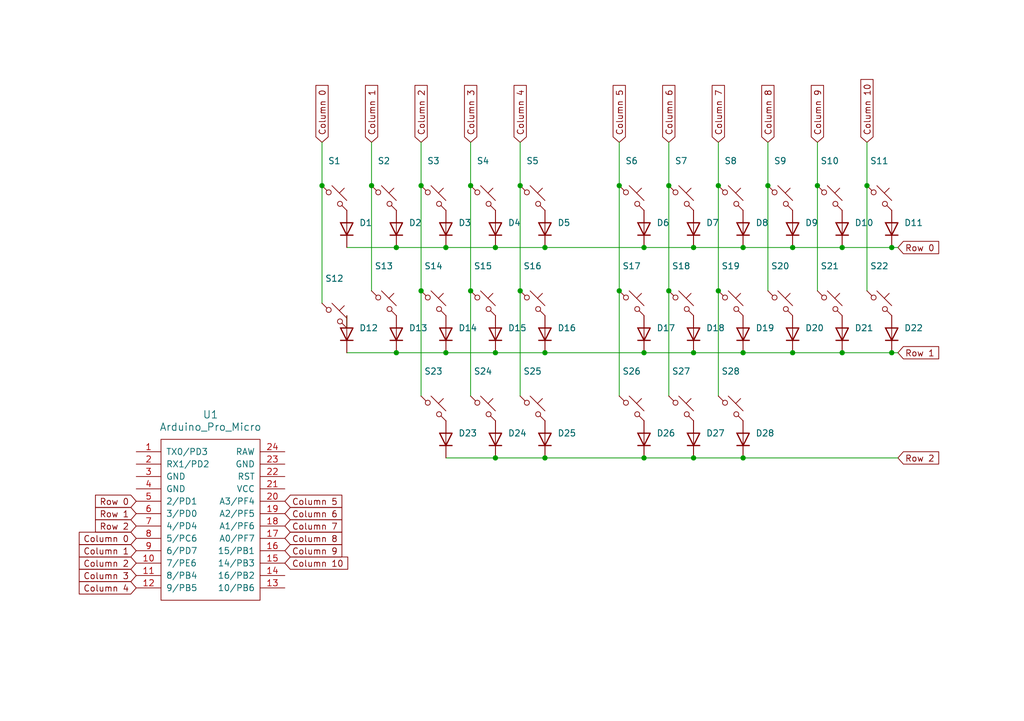
<source format=kicad_sch>
(kicad_sch
	(version 20231120)
	(generator "eeschema")
	(generator_version "8.0")
	(uuid "bf4715f9-1f82-4558-ab88-00968aa6e5dd")
	(paper "A5")
	(title_block
		(title "Steno Keyboard")
		(date "2024-08-21")
		(rev "1.0")
	)
	(lib_symbols
		(symbol "ScottoKeebs:MCU_Arduino_Pro_Micro"
			(pin_names
				(offset 1.016)
			)
			(exclude_from_sim no)
			(in_bom yes)
			(on_board yes)
			(property "Reference" "U"
				(at 0 0 0)
				(effects
					(font
						(size 1.524 1.524)
					)
				)
			)
			(property "Value" "Arduino_Pro_Micro"
				(at 0 -19.05 0)
				(effects
					(font
						(size 1.524 1.524)
					)
				)
			)
			(property "Footprint" "ScottoKeebs_MCU:Arduino_Pro_Micro"
				(at 0 -22.86 0)
				(effects
					(font
						(size 1.524 1.524)
					)
					(hide yes)
				)
			)
			(property "Datasheet" ""
				(at 26.67 -63.5 90)
				(effects
					(font
						(size 1.524 1.524)
					)
					(hide yes)
				)
			)
			(property "Description" ""
				(at 0 0 0)
				(effects
					(font
						(size 1.27 1.27)
					)
					(hide yes)
				)
			)
			(symbol "MCU_Arduino_Pro_Micro_0_1"
				(rectangle
					(start -10.16 16.51)
					(end 10.16 -16.51)
					(stroke
						(width 0)
						(type solid)
					)
					(fill
						(type none)
					)
				)
			)
			(symbol "MCU_Arduino_Pro_Micro_1_1"
				(pin input line
					(at -15.24 13.97 0)
					(length 5.08)
					(name "TX0/PD3"
						(effects
							(font
								(size 1.27 1.27)
							)
						)
					)
					(number "1"
						(effects
							(font
								(size 1.27 1.27)
							)
						)
					)
				)
				(pin input line
					(at -15.24 -8.89 0)
					(length 5.08)
					(name "7/PE6"
						(effects
							(font
								(size 1.27 1.27)
							)
						)
					)
					(number "10"
						(effects
							(font
								(size 1.27 1.27)
							)
						)
					)
				)
				(pin input line
					(at -15.24 -11.43 0)
					(length 5.08)
					(name "8/PB4"
						(effects
							(font
								(size 1.27 1.27)
							)
						)
					)
					(number "11"
						(effects
							(font
								(size 1.27 1.27)
							)
						)
					)
				)
				(pin input line
					(at -15.24 -13.97 0)
					(length 5.08)
					(name "9/PB5"
						(effects
							(font
								(size 1.27 1.27)
							)
						)
					)
					(number "12"
						(effects
							(font
								(size 1.27 1.27)
							)
						)
					)
				)
				(pin input line
					(at 15.24 -13.97 180)
					(length 5.08)
					(name "10/PB6"
						(effects
							(font
								(size 1.27 1.27)
							)
						)
					)
					(number "13"
						(effects
							(font
								(size 1.27 1.27)
							)
						)
					)
				)
				(pin input line
					(at 15.24 -11.43 180)
					(length 5.08)
					(name "16/PB2"
						(effects
							(font
								(size 1.27 1.27)
							)
						)
					)
					(number "14"
						(effects
							(font
								(size 1.27 1.27)
							)
						)
					)
				)
				(pin input line
					(at 15.24 -8.89 180)
					(length 5.08)
					(name "14/PB3"
						(effects
							(font
								(size 1.27 1.27)
							)
						)
					)
					(number "15"
						(effects
							(font
								(size 1.27 1.27)
							)
						)
					)
				)
				(pin input line
					(at 15.24 -6.35 180)
					(length 5.08)
					(name "15/PB1"
						(effects
							(font
								(size 1.27 1.27)
							)
						)
					)
					(number "16"
						(effects
							(font
								(size 1.27 1.27)
							)
						)
					)
				)
				(pin input line
					(at 15.24 -3.81 180)
					(length 5.08)
					(name "A0/PF7"
						(effects
							(font
								(size 1.27 1.27)
							)
						)
					)
					(number "17"
						(effects
							(font
								(size 1.27 1.27)
							)
						)
					)
				)
				(pin input line
					(at 15.24 -1.27 180)
					(length 5.08)
					(name "A1/PF6"
						(effects
							(font
								(size 1.27 1.27)
							)
						)
					)
					(number "18"
						(effects
							(font
								(size 1.27 1.27)
							)
						)
					)
				)
				(pin input line
					(at 15.24 1.27 180)
					(length 5.08)
					(name "A2/PF5"
						(effects
							(font
								(size 1.27 1.27)
							)
						)
					)
					(number "19"
						(effects
							(font
								(size 1.27 1.27)
							)
						)
					)
				)
				(pin input line
					(at -15.24 11.43 0)
					(length 5.08)
					(name "RX1/PD2"
						(effects
							(font
								(size 1.27 1.27)
							)
						)
					)
					(number "2"
						(effects
							(font
								(size 1.27 1.27)
							)
						)
					)
				)
				(pin input line
					(at 15.24 3.81 180)
					(length 5.08)
					(name "A3/PF4"
						(effects
							(font
								(size 1.27 1.27)
							)
						)
					)
					(number "20"
						(effects
							(font
								(size 1.27 1.27)
							)
						)
					)
				)
				(pin input line
					(at 15.24 6.35 180)
					(length 5.08)
					(name "VCC"
						(effects
							(font
								(size 1.27 1.27)
							)
						)
					)
					(number "21"
						(effects
							(font
								(size 1.27 1.27)
							)
						)
					)
				)
				(pin input line
					(at 15.24 8.89 180)
					(length 5.08)
					(name "RST"
						(effects
							(font
								(size 1.27 1.27)
							)
						)
					)
					(number "22"
						(effects
							(font
								(size 1.27 1.27)
							)
						)
					)
				)
				(pin input line
					(at 15.24 11.43 180)
					(length 5.08)
					(name "GND"
						(effects
							(font
								(size 1.27 1.27)
							)
						)
					)
					(number "23"
						(effects
							(font
								(size 1.27 1.27)
							)
						)
					)
				)
				(pin input line
					(at 15.24 13.97 180)
					(length 5.08)
					(name "RAW"
						(effects
							(font
								(size 1.27 1.27)
							)
						)
					)
					(number "24"
						(effects
							(font
								(size 1.27 1.27)
							)
						)
					)
				)
				(pin input line
					(at -15.24 8.89 0)
					(length 5.08)
					(name "GND"
						(effects
							(font
								(size 1.27 1.27)
							)
						)
					)
					(number "3"
						(effects
							(font
								(size 1.27 1.27)
							)
						)
					)
				)
				(pin input line
					(at -15.24 6.35 0)
					(length 5.08)
					(name "GND"
						(effects
							(font
								(size 1.27 1.27)
							)
						)
					)
					(number "4"
						(effects
							(font
								(size 1.27 1.27)
							)
						)
					)
				)
				(pin input line
					(at -15.24 3.81 0)
					(length 5.08)
					(name "2/PD1"
						(effects
							(font
								(size 1.27 1.27)
							)
						)
					)
					(number "5"
						(effects
							(font
								(size 1.27 1.27)
							)
						)
					)
				)
				(pin input line
					(at -15.24 1.27 0)
					(length 5.08)
					(name "3/PD0"
						(effects
							(font
								(size 1.27 1.27)
							)
						)
					)
					(number "6"
						(effects
							(font
								(size 1.27 1.27)
							)
						)
					)
				)
				(pin input line
					(at -15.24 -1.27 0)
					(length 5.08)
					(name "4/PD4"
						(effects
							(font
								(size 1.27 1.27)
							)
						)
					)
					(number "7"
						(effects
							(font
								(size 1.27 1.27)
							)
						)
					)
				)
				(pin input line
					(at -15.24 -3.81 0)
					(length 5.08)
					(name "5/PC6"
						(effects
							(font
								(size 1.27 1.27)
							)
						)
					)
					(number "8"
						(effects
							(font
								(size 1.27 1.27)
							)
						)
					)
				)
				(pin input line
					(at -15.24 -6.35 0)
					(length 5.08)
					(name "6/PD7"
						(effects
							(font
								(size 1.27 1.27)
							)
						)
					)
					(number "9"
						(effects
							(font
								(size 1.27 1.27)
							)
						)
					)
				)
			)
		)
		(symbol "ScottoKeebs:Placeholder_Diode"
			(pin_numbers hide)
			(pin_names hide)
			(exclude_from_sim no)
			(in_bom yes)
			(on_board yes)
			(property "Reference" "D"
				(at 0 2.54 0)
				(effects
					(font
						(size 1.27 1.27)
					)
				)
			)
			(property "Value" "Diode"
				(at 0 -2.54 0)
				(effects
					(font
						(size 1.27 1.27)
					)
				)
			)
			(property "Footprint" ""
				(at 0 0 0)
				(effects
					(font
						(size 1.27 1.27)
					)
					(hide yes)
				)
			)
			(property "Datasheet" ""
				(at 0 0 0)
				(effects
					(font
						(size 1.27 1.27)
					)
					(hide yes)
				)
			)
			(property "Description" "1N4148 (DO-35) or 1N4148W (SOD-123)"
				(at 0 0 0)
				(effects
					(font
						(size 1.27 1.27)
					)
					(hide yes)
				)
			)
			(property "Sim.Device" "D"
				(at 0 0 0)
				(effects
					(font
						(size 1.27 1.27)
					)
					(hide yes)
				)
			)
			(property "Sim.Pins" "1=K 2=A"
				(at 0 0 0)
				(effects
					(font
						(size 1.27 1.27)
					)
					(hide yes)
				)
			)
			(property "ki_keywords" "diode"
				(at 0 0 0)
				(effects
					(font
						(size 1.27 1.27)
					)
					(hide yes)
				)
			)
			(property "ki_fp_filters" "D*DO?35*"
				(at 0 0 0)
				(effects
					(font
						(size 1.27 1.27)
					)
					(hide yes)
				)
			)
			(symbol "Placeholder_Diode_0_1"
				(polyline
					(pts
						(xy -1.27 1.27) (xy -1.27 -1.27)
					)
					(stroke
						(width 0.254)
						(type default)
					)
					(fill
						(type none)
					)
				)
				(polyline
					(pts
						(xy 1.27 0) (xy -1.27 0)
					)
					(stroke
						(width 0)
						(type default)
					)
					(fill
						(type none)
					)
				)
				(polyline
					(pts
						(xy 1.27 1.27) (xy 1.27 -1.27) (xy -1.27 0) (xy 1.27 1.27)
					)
					(stroke
						(width 0.254)
						(type default)
					)
					(fill
						(type none)
					)
				)
			)
			(symbol "Placeholder_Diode_1_1"
				(pin passive line
					(at -3.81 0 0)
					(length 2.54)
					(name "K"
						(effects
							(font
								(size 1.27 1.27)
							)
						)
					)
					(number "1"
						(effects
							(font
								(size 1.27 1.27)
							)
						)
					)
				)
				(pin passive line
					(at 3.81 0 180)
					(length 2.54)
					(name "A"
						(effects
							(font
								(size 1.27 1.27)
							)
						)
					)
					(number "2"
						(effects
							(font
								(size 1.27 1.27)
							)
						)
					)
				)
			)
		)
		(symbol "ScottoKeebs:Placeholder_Keyswitch"
			(pin_numbers hide)
			(pin_names
				(offset 1.016) hide)
			(exclude_from_sim no)
			(in_bom yes)
			(on_board yes)
			(property "Reference" "S"
				(at 3.048 1.016 0)
				(effects
					(font
						(size 1.27 1.27)
					)
					(justify left)
				)
			)
			(property "Value" "Keyswitch"
				(at 0 -3.81 0)
				(effects
					(font
						(size 1.27 1.27)
					)
				)
			)
			(property "Footprint" ""
				(at 0 0 0)
				(effects
					(font
						(size 1.27 1.27)
					)
					(hide yes)
				)
			)
			(property "Datasheet" "~"
				(at 0 0 0)
				(effects
					(font
						(size 1.27 1.27)
					)
					(hide yes)
				)
			)
			(property "Description" "Push button switch, normally open, two pins, 45° tilted"
				(at 0 0 0)
				(effects
					(font
						(size 1.27 1.27)
					)
					(hide yes)
				)
			)
			(property "ki_keywords" "switch normally-open pushbutton push-button"
				(at 0 0 0)
				(effects
					(font
						(size 1.27 1.27)
					)
					(hide yes)
				)
			)
			(symbol "Placeholder_Keyswitch_0_1"
				(circle
					(center -1.1684 1.1684)
					(radius 0.508)
					(stroke
						(width 0)
						(type default)
					)
					(fill
						(type none)
					)
				)
				(polyline
					(pts
						(xy -0.508 2.54) (xy 2.54 -0.508)
					)
					(stroke
						(width 0)
						(type default)
					)
					(fill
						(type none)
					)
				)
				(polyline
					(pts
						(xy 1.016 1.016) (xy 2.032 2.032)
					)
					(stroke
						(width 0)
						(type default)
					)
					(fill
						(type none)
					)
				)
				(polyline
					(pts
						(xy -2.54 2.54) (xy -1.524 1.524) (xy -1.524 1.524)
					)
					(stroke
						(width 0)
						(type default)
					)
					(fill
						(type none)
					)
				)
				(polyline
					(pts
						(xy 1.524 -1.524) (xy 2.54 -2.54) (xy 2.54 -2.54) (xy 2.54 -2.54)
					)
					(stroke
						(width 0)
						(type default)
					)
					(fill
						(type none)
					)
				)
				(circle
					(center 1.143 -1.1938)
					(radius 0.508)
					(stroke
						(width 0)
						(type default)
					)
					(fill
						(type none)
					)
				)
				(pin passive line
					(at -2.54 2.54 0)
					(length 0)
					(name "1"
						(effects
							(font
								(size 1.27 1.27)
							)
						)
					)
					(number "1"
						(effects
							(font
								(size 1.27 1.27)
							)
						)
					)
				)
				(pin passive line
					(at 2.54 -2.54 180)
					(length 0)
					(name "2"
						(effects
							(font
								(size 1.27 1.27)
							)
						)
					)
					(number "2"
						(effects
							(font
								(size 1.27 1.27)
							)
						)
					)
				)
			)
		)
	)
	(junction
		(at 101.6 50.8)
		(diameter 0)
		(color 0 0 0 0)
		(uuid "087bea0e-10e0-48bb-8f64-0e0b16f7ebfe")
	)
	(junction
		(at 101.6 93.98)
		(diameter 0)
		(color 0 0 0 0)
		(uuid "14c346a1-77a2-4326-b33f-5000bedb7010")
	)
	(junction
		(at 132.08 93.98)
		(diameter 0)
		(color 0 0 0 0)
		(uuid "154d0078-1b67-4c1a-8233-e15a4ec1789d")
	)
	(junction
		(at 152.4 72.39)
		(diameter 0)
		(color 0 0 0 0)
		(uuid "1faf4de3-520e-4ef0-b2e5-55284092970a")
	)
	(junction
		(at 137.16 59.69)
		(diameter 0)
		(color 0 0 0 0)
		(uuid "257cd77b-c57d-435b-b113-9dc6a2789ac7")
	)
	(junction
		(at 111.76 72.39)
		(diameter 0)
		(color 0 0 0 0)
		(uuid "3017f0a1-be66-4165-9c6a-12d682bf6509")
	)
	(junction
		(at 182.88 50.8)
		(diameter 0)
		(color 0 0 0 0)
		(uuid "37e7fb5a-e89e-4f45-8492-087581767f6a")
	)
	(junction
		(at 172.72 72.39)
		(diameter 0)
		(color 0 0 0 0)
		(uuid "3c9dd0da-3f7a-4ffe-b998-1e543bf2a053")
	)
	(junction
		(at 66.04 38.1)
		(diameter 0)
		(color 0 0 0 0)
		(uuid "3cc065bd-7597-495c-a22d-c9eb236c48f8")
	)
	(junction
		(at 137.16 38.1)
		(diameter 0)
		(color 0 0 0 0)
		(uuid "3d43802b-4c75-4ab3-b16a-d7d0fdccb111")
	)
	(junction
		(at 182.88 72.39)
		(diameter 0)
		(color 0 0 0 0)
		(uuid "44666d3e-bd5a-4d6a-b872-3cc6f0491e58")
	)
	(junction
		(at 96.52 38.1)
		(diameter 0)
		(color 0 0 0 0)
		(uuid "4c98d1e9-6d02-4d30-b64b-be23f0b0155a")
	)
	(junction
		(at 86.36 38.1)
		(diameter 0)
		(color 0 0 0 0)
		(uuid "4ff94a84-8dd5-4822-8e24-73c9fb378620")
	)
	(junction
		(at 91.44 50.8)
		(diameter 0)
		(color 0 0 0 0)
		(uuid "57199432-a083-4ef6-99f8-36f118c70019")
	)
	(junction
		(at 162.56 50.8)
		(diameter 0)
		(color 0 0 0 0)
		(uuid "63e236c7-ce86-4ee6-93b5-2ecd1eadc775")
	)
	(junction
		(at 86.36 59.69)
		(diameter 0)
		(color 0 0 0 0)
		(uuid "679a8b8c-3904-46d3-ba08-4feb196c4ced")
	)
	(junction
		(at 167.64 38.1)
		(diameter 0)
		(color 0 0 0 0)
		(uuid "70098034-a132-4d2e-b419-f1be1251a854")
	)
	(junction
		(at 147.32 59.69)
		(diameter 0)
		(color 0 0 0 0)
		(uuid "905fd6eb-058e-4d0e-9135-91d538084d5b")
	)
	(junction
		(at 142.24 93.98)
		(diameter 0)
		(color 0 0 0 0)
		(uuid "91b5c342-88af-422e-a87a-33a229de6c98")
	)
	(junction
		(at 101.6 72.39)
		(diameter 0)
		(color 0 0 0 0)
		(uuid "947e8d76-7b1f-4c12-95d2-0192880c467a")
	)
	(junction
		(at 132.08 72.39)
		(diameter 0)
		(color 0 0 0 0)
		(uuid "963d7321-df0a-4f4b-a0eb-a9e508135261")
	)
	(junction
		(at 106.68 38.1)
		(diameter 0)
		(color 0 0 0 0)
		(uuid "96d4f554-e7c0-422b-9ecb-59e6ad7fa157")
	)
	(junction
		(at 111.76 50.8)
		(diameter 0)
		(color 0 0 0 0)
		(uuid "9fb5d8ec-56f3-4f65-94f7-92d7ad020548")
	)
	(junction
		(at 162.56 72.39)
		(diameter 0)
		(color 0 0 0 0)
		(uuid "a5ab8104-069a-49d4-a266-81e543ecc76d")
	)
	(junction
		(at 152.4 50.8)
		(diameter 0)
		(color 0 0 0 0)
		(uuid "bf4d77b6-6ee9-4652-b0fb-fbd806adb2d4")
	)
	(junction
		(at 152.4 93.98)
		(diameter 0)
		(color 0 0 0 0)
		(uuid "c1bf4c5b-8718-47f2-9970-4486ca0162ba")
	)
	(junction
		(at 111.76 93.98)
		(diameter 0)
		(color 0 0 0 0)
		(uuid "c6f04346-2d03-46ae-b074-72347c097a4b")
	)
	(junction
		(at 127 38.1)
		(diameter 0)
		(color 0 0 0 0)
		(uuid "c8adbb35-9ce2-4bf1-a2a5-5af5a8751ef9")
	)
	(junction
		(at 177.8 38.1)
		(diameter 0)
		(color 0 0 0 0)
		(uuid "cb0347ad-8b48-4203-8d6b-b496991aced4")
	)
	(junction
		(at 81.28 50.8)
		(diameter 0)
		(color 0 0 0 0)
		(uuid "ccc53ed1-b0cb-48ae-b189-a2126c07e308")
	)
	(junction
		(at 76.2 38.1)
		(diameter 0)
		(color 0 0 0 0)
		(uuid "cdf23131-d946-491e-a3f6-a81101df9f77")
	)
	(junction
		(at 147.32 38.1)
		(diameter 0)
		(color 0 0 0 0)
		(uuid "cf3fe835-6f22-458c-96fd-a47b9b048294")
	)
	(junction
		(at 96.52 59.69)
		(diameter 0)
		(color 0 0 0 0)
		(uuid "d2bad0ae-81b0-4ffb-8b9f-82f23896d884")
	)
	(junction
		(at 172.72 50.8)
		(diameter 0)
		(color 0 0 0 0)
		(uuid "d2d1b946-e51d-4b68-a81a-f3e251672cc9")
	)
	(junction
		(at 81.28 72.39)
		(diameter 0)
		(color 0 0 0 0)
		(uuid "d781a68b-7689-4fb8-90e4-904280094774")
	)
	(junction
		(at 127 59.69)
		(diameter 0)
		(color 0 0 0 0)
		(uuid "da66797e-d0a9-43a2-aa9f-178b897579e7")
	)
	(junction
		(at 142.24 72.39)
		(diameter 0)
		(color 0 0 0 0)
		(uuid "dcb2ae02-5d53-4865-a74b-15968ec6fab6")
	)
	(junction
		(at 157.48 38.1)
		(diameter 0)
		(color 0 0 0 0)
		(uuid "e0a4de31-dfdf-4714-a2e1-6df3a1cc20c7")
	)
	(junction
		(at 142.24 50.8)
		(diameter 0)
		(color 0 0 0 0)
		(uuid "eddb79ca-544f-4145-b36d-a498bf07e49f")
	)
	(junction
		(at 106.68 59.69)
		(diameter 0)
		(color 0 0 0 0)
		(uuid "f100bcc8-e284-47e7-bdcb-2d6df918caac")
	)
	(junction
		(at 132.08 50.8)
		(diameter 0)
		(color 0 0 0 0)
		(uuid "fd682469-3a81-42fa-b34f-63af67194e0f")
	)
	(junction
		(at 91.44 72.39)
		(diameter 0)
		(color 0 0 0 0)
		(uuid "fe169359-6075-49ad-b2de-66e4406170da")
	)
	(wire
		(pts
			(xy 157.48 38.1) (xy 157.48 59.69)
		)
		(stroke
			(width 0)
			(type default)
		)
		(uuid "0d14bc18-ce4c-46b2-ae9c-3d4e070113de")
	)
	(wire
		(pts
			(xy 127 38.1) (xy 127 59.69)
		)
		(stroke
			(width 0)
			(type default)
		)
		(uuid "2591f5cc-2338-4e5c-83da-23b0c11d8c16")
	)
	(wire
		(pts
			(xy 106.68 59.69) (xy 106.68 81.28)
		)
		(stroke
			(width 0)
			(type default)
		)
		(uuid "2e9b8bd4-27f6-466c-958a-dd47f0c937c4")
	)
	(wire
		(pts
			(xy 147.32 38.1) (xy 147.32 59.69)
		)
		(stroke
			(width 0)
			(type default)
		)
		(uuid "31b9239f-acfc-4330-8e63-f828f583b3c6")
	)
	(wire
		(pts
			(xy 142.24 50.8) (xy 152.4 50.8)
		)
		(stroke
			(width 0)
			(type default)
		)
		(uuid "373be4ea-7e7f-4b0d-97fb-8491c1978fda")
	)
	(wire
		(pts
			(xy 101.6 72.39) (xy 111.76 72.39)
		)
		(stroke
			(width 0)
			(type default)
		)
		(uuid "41538a15-0617-48a7-91c3-9c615d11ba63")
	)
	(wire
		(pts
			(xy 137.16 38.1) (xy 137.16 59.69)
		)
		(stroke
			(width 0)
			(type default)
		)
		(uuid "443a1ee4-0c1c-4015-9181-1ae3c83dbb8f")
	)
	(wire
		(pts
			(xy 91.44 93.98) (xy 101.6 93.98)
		)
		(stroke
			(width 0)
			(type default)
		)
		(uuid "44638216-755c-4b51-9430-2a39afd06f08")
	)
	(wire
		(pts
			(xy 111.76 93.98) (xy 132.08 93.98)
		)
		(stroke
			(width 0)
			(type default)
		)
		(uuid "4835e772-a59a-4005-8ebc-871fc2c11a5a")
	)
	(wire
		(pts
			(xy 142.24 93.98) (xy 152.4 93.98)
		)
		(stroke
			(width 0)
			(type default)
		)
		(uuid "4ec94a68-d37a-490d-940c-57cfd89e31a8")
	)
	(wire
		(pts
			(xy 152.4 93.98) (xy 184.15 93.98)
		)
		(stroke
			(width 0)
			(type default)
		)
		(uuid "59b3e4d3-54ca-4faa-99f3-73e4c88603f3")
	)
	(wire
		(pts
			(xy 177.8 38.1) (xy 177.8 59.69)
		)
		(stroke
			(width 0)
			(type default)
		)
		(uuid "5a17c48a-cf18-41ee-b75e-7975f18aaa81")
	)
	(wire
		(pts
			(xy 96.52 38.1) (xy 96.52 59.69)
		)
		(stroke
			(width 0)
			(type default)
		)
		(uuid "5ead667d-dd5c-4f30-a529-39dcf0473ba6")
	)
	(wire
		(pts
			(xy 81.28 50.8) (xy 91.44 50.8)
		)
		(stroke
			(width 0)
			(type default)
		)
		(uuid "6cbfdbc0-685e-432f-bff6-9cc9edccb001")
	)
	(wire
		(pts
			(xy 86.36 59.69) (xy 86.36 81.28)
		)
		(stroke
			(width 0)
			(type default)
		)
		(uuid "6e4004e4-e330-498f-9bcf-e689a318da5e")
	)
	(wire
		(pts
			(xy 167.64 38.1) (xy 167.64 59.69)
		)
		(stroke
			(width 0)
			(type default)
		)
		(uuid "6ea8e85c-a919-49db-b5df-de91172beff9")
	)
	(wire
		(pts
			(xy 177.8 29.21) (xy 177.8 38.1)
		)
		(stroke
			(width 0)
			(type default)
		)
		(uuid "7012af52-0190-44b1-852e-e2afba2e2030")
	)
	(wire
		(pts
			(xy 71.12 50.8) (xy 81.28 50.8)
		)
		(stroke
			(width 0)
			(type default)
		)
		(uuid "70c1f65d-51d6-4dc9-aa82-1f3576b6af5a")
	)
	(wire
		(pts
			(xy 127 59.69) (xy 127 81.28)
		)
		(stroke
			(width 0)
			(type default)
		)
		(uuid "70d5832a-d487-42f6-a521-2c050a842236")
	)
	(wire
		(pts
			(xy 96.52 29.21) (xy 96.52 38.1)
		)
		(stroke
			(width 0)
			(type default)
		)
		(uuid "72e5aef0-1951-4121-ada6-efa4b74baf65")
	)
	(wire
		(pts
			(xy 106.68 29.21) (xy 106.68 38.1)
		)
		(stroke
			(width 0)
			(type default)
		)
		(uuid "7347a146-6526-4be0-ad45-e2cad28220bb")
	)
	(wire
		(pts
			(xy 172.72 50.8) (xy 182.88 50.8)
		)
		(stroke
			(width 0)
			(type default)
		)
		(uuid "7cb2520e-0496-482e-875d-19ee2d81a8f7")
	)
	(wire
		(pts
			(xy 137.16 29.21) (xy 137.16 38.1)
		)
		(stroke
			(width 0)
			(type default)
		)
		(uuid "8d6f7069-b41d-412a-a488-b5b82d9d2a81")
	)
	(wire
		(pts
			(xy 127 29.21) (xy 127 38.1)
		)
		(stroke
			(width 0)
			(type default)
		)
		(uuid "8fe66d84-a953-4e71-880f-dfa1de7fa8a1")
	)
	(wire
		(pts
			(xy 182.88 72.39) (xy 184.15 72.39)
		)
		(stroke
			(width 0)
			(type default)
		)
		(uuid "9334258a-cfff-4aaf-922d-f9f779f9fee9")
	)
	(wire
		(pts
			(xy 111.76 50.8) (xy 132.08 50.8)
		)
		(stroke
			(width 0)
			(type default)
		)
		(uuid "a44b356d-d823-4d50-ab8c-c56d336b80fd")
	)
	(wire
		(pts
			(xy 182.88 50.8) (xy 184.15 50.8)
		)
		(stroke
			(width 0)
			(type default)
		)
		(uuid "a5763001-69a2-4694-937f-aa6743700624")
	)
	(wire
		(pts
			(xy 147.32 59.69) (xy 147.32 81.28)
		)
		(stroke
			(width 0)
			(type default)
		)
		(uuid "a770aa1d-0e03-4fcb-b9a5-97f0945e99d7")
	)
	(wire
		(pts
			(xy 76.2 38.1) (xy 76.2 59.69)
		)
		(stroke
			(width 0)
			(type default)
		)
		(uuid "a99dc147-2475-43d1-8316-3ad3b18a122f")
	)
	(wire
		(pts
			(xy 162.56 72.39) (xy 172.72 72.39)
		)
		(stroke
			(width 0)
			(type default)
		)
		(uuid "aa0ee4a3-3ee4-45ba-afc7-d4f87db792f0")
	)
	(wire
		(pts
			(xy 132.08 72.39) (xy 142.24 72.39)
		)
		(stroke
			(width 0)
			(type default)
		)
		(uuid "ad73f8f5-1d3c-4712-981d-b76c99c9a078")
	)
	(wire
		(pts
			(xy 167.64 29.21) (xy 167.64 38.1)
		)
		(stroke
			(width 0)
			(type default)
		)
		(uuid "b113274c-442f-4f5c-95b1-eedc3047447a")
	)
	(wire
		(pts
			(xy 66.04 38.1) (xy 66.04 62.23)
		)
		(stroke
			(width 0)
			(type default)
		)
		(uuid "b8eb196d-7fe8-49ec-9dff-8350d3cb402d")
	)
	(wire
		(pts
			(xy 91.44 72.39) (xy 101.6 72.39)
		)
		(stroke
			(width 0)
			(type default)
		)
		(uuid "b98e6611-1d17-426c-ac8e-aef0080260ec")
	)
	(wire
		(pts
			(xy 142.24 72.39) (xy 152.4 72.39)
		)
		(stroke
			(width 0)
			(type default)
		)
		(uuid "bd89f821-1cd7-4d66-a235-943205034b02")
	)
	(wire
		(pts
			(xy 132.08 93.98) (xy 142.24 93.98)
		)
		(stroke
			(width 0)
			(type default)
		)
		(uuid "c1255d63-30f6-4795-ad34-efe7285d69a0")
	)
	(wire
		(pts
			(xy 66.04 29.21) (xy 66.04 38.1)
		)
		(stroke
			(width 0)
			(type default)
		)
		(uuid "c4117bf4-0b2d-4ff7-ad4f-e2c4fcc5526a")
	)
	(wire
		(pts
			(xy 152.4 72.39) (xy 162.56 72.39)
		)
		(stroke
			(width 0)
			(type default)
		)
		(uuid "c74dc86a-eec8-413a-ab75-0ac14484d77e")
	)
	(wire
		(pts
			(xy 152.4 50.8) (xy 162.56 50.8)
		)
		(stroke
			(width 0)
			(type default)
		)
		(uuid "c9e36ee8-c65e-4df6-9af1-e504ad36390d")
	)
	(wire
		(pts
			(xy 147.32 29.21) (xy 147.32 38.1)
		)
		(stroke
			(width 0)
			(type default)
		)
		(uuid "cb373959-8113-4634-a98e-510064f7f3f7")
	)
	(wire
		(pts
			(xy 91.44 50.8) (xy 101.6 50.8)
		)
		(stroke
			(width 0)
			(type default)
		)
		(uuid "ccdd61bc-46de-4ee5-b329-cc1d161c9a5b")
	)
	(wire
		(pts
			(xy 157.48 29.21) (xy 157.48 38.1)
		)
		(stroke
			(width 0)
			(type default)
		)
		(uuid "cd79b28e-e3b4-4871-b6c2-a1a4d935e417")
	)
	(wire
		(pts
			(xy 76.2 29.21) (xy 76.2 38.1)
		)
		(stroke
			(width 0)
			(type default)
		)
		(uuid "cf193600-0dae-4fe5-9499-2610f19001c7")
	)
	(wire
		(pts
			(xy 137.16 59.69) (xy 137.16 81.28)
		)
		(stroke
			(width 0)
			(type default)
		)
		(uuid "d03aa13f-ed4b-4808-a97f-ad8152c97db3")
	)
	(wire
		(pts
			(xy 71.12 64.77) (xy 71.12 67.31)
		)
		(stroke
			(width 0)
			(type default)
		)
		(uuid "d073c90e-89be-4aa2-9de9-daa98c12e492")
	)
	(wire
		(pts
			(xy 162.56 50.8) (xy 172.72 50.8)
		)
		(stroke
			(width 0)
			(type default)
		)
		(uuid "d8609c64-98d6-4e00-b4fe-91f9213ff728")
	)
	(wire
		(pts
			(xy 101.6 50.8) (xy 111.76 50.8)
		)
		(stroke
			(width 0)
			(type default)
		)
		(uuid "db8eefd3-2014-4306-82af-b001c7d24b1f")
	)
	(wire
		(pts
			(xy 172.72 72.39) (xy 182.88 72.39)
		)
		(stroke
			(width 0)
			(type default)
		)
		(uuid "e04fd047-6e50-407e-a05d-92555112f912")
	)
	(wire
		(pts
			(xy 86.36 38.1) (xy 86.36 59.69)
		)
		(stroke
			(width 0)
			(type default)
		)
		(uuid "e1c7eb1f-cb2e-4d15-992f-02fcfd218206")
	)
	(wire
		(pts
			(xy 86.36 29.21) (xy 86.36 38.1)
		)
		(stroke
			(width 0)
			(type default)
		)
		(uuid "e3203c39-3e69-4d01-a16e-f0887eab7b42")
	)
	(wire
		(pts
			(xy 111.76 72.39) (xy 132.08 72.39)
		)
		(stroke
			(width 0)
			(type default)
		)
		(uuid "e6d297b2-799a-41f1-a667-9a9811cc342d")
	)
	(wire
		(pts
			(xy 71.12 72.39) (xy 81.28 72.39)
		)
		(stroke
			(width 0)
			(type default)
		)
		(uuid "e763c428-b305-465a-a0e8-1d1525f698fc")
	)
	(wire
		(pts
			(xy 96.52 59.69) (xy 96.52 81.28)
		)
		(stroke
			(width 0)
			(type default)
		)
		(uuid "efd83676-552c-4d0b-8168-7df1d9cbaceb")
	)
	(wire
		(pts
			(xy 81.28 72.39) (xy 91.44 72.39)
		)
		(stroke
			(width 0)
			(type default)
		)
		(uuid "eff209e1-393e-4919-bfd0-9459dfb3f0fe")
	)
	(wire
		(pts
			(xy 132.08 50.8) (xy 142.24 50.8)
		)
		(stroke
			(width 0)
			(type default)
		)
		(uuid "f058560f-d26c-48d4-b433-d25daaba26c6")
	)
	(wire
		(pts
			(xy 106.68 38.1) (xy 106.68 59.69)
		)
		(stroke
			(width 0)
			(type default)
		)
		(uuid "f628ca1a-af60-4203-ae17-b94c75f912ce")
	)
	(wire
		(pts
			(xy 101.6 93.98) (xy 111.76 93.98)
		)
		(stroke
			(width 0)
			(type default)
		)
		(uuid "fc0a5bd1-0c74-41b0-b531-26f8a3091fe5")
	)
	(global_label "Column 3"
		(shape input)
		(at 96.52 29.21 90)
		(fields_autoplaced yes)
		(effects
			(font
				(size 1.27 1.27)
			)
			(justify left)
		)
		(uuid "061575df-0ebf-4d76-a510-d21c618bcdc8")
		(property "Intersheetrefs" "${INTERSHEET_REFS}"
			(at 96.52 16.9722 90)
			(effects
				(font
					(size 1.27 1.27)
				)
				(justify left)
				(hide yes)
			)
		)
	)
	(global_label "Column 10"
		(shape input)
		(at 177.8 29.21 90)
		(fields_autoplaced yes)
		(effects
			(font
				(size 1.27 1.27)
			)
			(justify left)
		)
		(uuid "08fd9e31-09cc-4ff2-8a9d-e20efd2ebc76")
		(property "Intersheetrefs" "${INTERSHEET_REFS}"
			(at 177.8 15.7627 90)
			(effects
				(font
					(size 1.27 1.27)
				)
				(justify left)
				(hide yes)
			)
		)
	)
	(global_label "Column 0"
		(shape input)
		(at 66.04 29.21 90)
		(fields_autoplaced yes)
		(effects
			(font
				(size 1.27 1.27)
			)
			(justify left)
		)
		(uuid "0e22275f-d03f-4987-bce7-4ad4e02f24cf")
		(property "Intersheetrefs" "${INTERSHEET_REFS}"
			(at 66.04 16.9722 90)
			(effects
				(font
					(size 1.27 1.27)
				)
				(justify left)
				(hide yes)
			)
		)
	)
	(global_label "Column 7"
		(shape input)
		(at 147.32 29.21 90)
		(fields_autoplaced yes)
		(effects
			(font
				(size 1.27 1.27)
			)
			(justify left)
		)
		(uuid "12661b15-9486-4307-83a5-e8af2a023a3c")
		(property "Intersheetrefs" "${INTERSHEET_REFS}"
			(at 147.32 16.9722 90)
			(effects
				(font
					(size 1.27 1.27)
				)
				(justify left)
				(hide yes)
			)
		)
	)
	(global_label "Column 4"
		(shape input)
		(at 106.68 29.21 90)
		(fields_autoplaced yes)
		(effects
			(font
				(size 1.27 1.27)
			)
			(justify left)
		)
		(uuid "19b759f5-b4f6-4b94-ba7e-e2729a640545")
		(property "Intersheetrefs" "${INTERSHEET_REFS}"
			(at 106.68 16.9722 90)
			(effects
				(font
					(size 1.27 1.27)
				)
				(justify left)
				(hide yes)
			)
		)
	)
	(global_label "Column 8"
		(shape input)
		(at 157.48 29.21 90)
		(fields_autoplaced yes)
		(effects
			(font
				(size 1.27 1.27)
			)
			(justify left)
		)
		(uuid "284db9f8-e648-4f0b-b4ed-2ab387c1ae06")
		(property "Intersheetrefs" "${INTERSHEET_REFS}"
			(at 157.48 16.9722 90)
			(effects
				(font
					(size 1.27 1.27)
				)
				(justify left)
				(hide yes)
			)
		)
	)
	(global_label "Column 5"
		(shape input)
		(at 58.42 102.87 0)
		(fields_autoplaced yes)
		(effects
			(font
				(size 1.27 1.27)
			)
			(justify left)
		)
		(uuid "2b01174a-3cf3-4763-b841-c48e6fc7b008")
		(property "Intersheetrefs" "${INTERSHEET_REFS}"
			(at 70.6578 102.87 0)
			(effects
				(font
					(size 1.27 1.27)
				)
				(justify left)
				(hide yes)
			)
		)
	)
	(global_label "Column 1"
		(shape input)
		(at 76.2 29.21 90)
		(fields_autoplaced yes)
		(effects
			(font
				(size 1.27 1.27)
			)
			(justify left)
		)
		(uuid "418d7e3f-53ae-4a59-975f-594171e3c557")
		(property "Intersheetrefs" "${INTERSHEET_REFS}"
			(at 76.2 16.9722 90)
			(effects
				(font
					(size 1.27 1.27)
				)
				(justify left)
				(hide yes)
			)
		)
	)
	(global_label "Row 1"
		(shape input)
		(at 184.15 72.39 0)
		(fields_autoplaced yes)
		(effects
			(font
				(size 1.27 1.27)
			)
			(justify left)
		)
		(uuid "69c0bc11-c6c5-4071-9a20-9224869e300d")
		(property "Intersheetrefs" "${INTERSHEET_REFS}"
			(at 193.0618 72.39 0)
			(effects
				(font
					(size 1.27 1.27)
				)
				(justify left)
				(hide yes)
			)
		)
	)
	(global_label "Column 6"
		(shape input)
		(at 58.42 105.41 0)
		(fields_autoplaced yes)
		(effects
			(font
				(size 1.27 1.27)
			)
			(justify left)
		)
		(uuid "6f24cdaf-38e1-4e95-8f58-91173dd616ae")
		(property "Intersheetrefs" "${INTERSHEET_REFS}"
			(at 70.6578 105.41 0)
			(effects
				(font
					(size 1.27 1.27)
				)
				(justify left)
				(hide yes)
			)
		)
	)
	(global_label "Row 2"
		(shape input)
		(at 184.15 93.98 0)
		(fields_autoplaced yes)
		(effects
			(font
				(size 1.27 1.27)
			)
			(justify left)
		)
		(uuid "79df9bb4-6a32-4a32-b400-01b9ace5e1c9")
		(property "Intersheetrefs" "${INTERSHEET_REFS}"
			(at 193.0618 93.98 0)
			(effects
				(font
					(size 1.27 1.27)
				)
				(justify left)
				(hide yes)
			)
		)
	)
	(global_label "Row 1"
		(shape input)
		(at 27.94 105.41 180)
		(fields_autoplaced yes)
		(effects
			(font
				(size 1.27 1.27)
			)
			(justify right)
		)
		(uuid "7dff4661-69bc-4096-9369-310b04c09ec7")
		(property "Intersheetrefs" "${INTERSHEET_REFS}"
			(at 19.0282 105.41 0)
			(effects
				(font
					(size 1.27 1.27)
				)
				(justify right)
				(hide yes)
			)
		)
	)
	(global_label "Column 2"
		(shape input)
		(at 86.36 29.21 90)
		(fields_autoplaced yes)
		(effects
			(font
				(size 1.27 1.27)
			)
			(justify left)
		)
		(uuid "7fe19e41-9973-4725-adda-d84ce077a25e")
		(property "Intersheetrefs" "${INTERSHEET_REFS}"
			(at 86.36 16.9722 90)
			(effects
				(font
					(size 1.27 1.27)
				)
				(justify left)
				(hide yes)
			)
		)
	)
	(global_label "Column 3"
		(shape input)
		(at 27.94 118.11 180)
		(fields_autoplaced yes)
		(effects
			(font
				(size 1.27 1.27)
			)
			(justify right)
		)
		(uuid "860ef646-adae-4de9-8777-63093d4ca9e2")
		(property "Intersheetrefs" "${INTERSHEET_REFS}"
			(at 15.7022 118.11 0)
			(effects
				(font
					(size 1.27 1.27)
				)
				(justify right)
				(hide yes)
			)
		)
	)
	(global_label "Column 8"
		(shape input)
		(at 58.42 110.49 0)
		(fields_autoplaced yes)
		(effects
			(font
				(size 1.27 1.27)
			)
			(justify left)
		)
		(uuid "88d3a465-b1bd-4a56-9c4b-5fa0344d1994")
		(property "Intersheetrefs" "${INTERSHEET_REFS}"
			(at 70.6578 110.49 0)
			(effects
				(font
					(size 1.27 1.27)
				)
				(justify left)
				(hide yes)
			)
		)
	)
	(global_label "Column 10"
		(shape input)
		(at 58.42 115.57 0)
		(fields_autoplaced yes)
		(effects
			(font
				(size 1.27 1.27)
			)
			(justify left)
		)
		(uuid "8ba478c1-3071-453f-b269-e08bf3d13724")
		(property "Intersheetrefs" "${INTERSHEET_REFS}"
			(at 71.8673 115.57 0)
			(effects
				(font
					(size 1.27 1.27)
				)
				(justify left)
				(hide yes)
			)
		)
	)
	(global_label "Column 6"
		(shape input)
		(at 137.16 29.21 90)
		(fields_autoplaced yes)
		(effects
			(font
				(size 1.27 1.27)
			)
			(justify left)
		)
		(uuid "9a12145e-e401-4de1-aa3e-b0f79d83660c")
		(property "Intersheetrefs" "${INTERSHEET_REFS}"
			(at 137.16 16.9722 90)
			(effects
				(font
					(size 1.27 1.27)
				)
				(justify left)
				(hide yes)
			)
		)
	)
	(global_label "Row 0"
		(shape input)
		(at 27.94 102.87 180)
		(fields_autoplaced yes)
		(effects
			(font
				(size 1.27 1.27)
			)
			(justify right)
		)
		(uuid "a3ef9b17-5992-4a90-b8a9-d3538748b19b")
		(property "Intersheetrefs" "${INTERSHEET_REFS}"
			(at 19.0282 102.87 0)
			(effects
				(font
					(size 1.27 1.27)
				)
				(justify right)
				(hide yes)
			)
		)
	)
	(global_label "Column 5"
		(shape input)
		(at 127 29.21 90)
		(fields_autoplaced yes)
		(effects
			(font
				(size 1.27 1.27)
			)
			(justify left)
		)
		(uuid "b9701b7c-58cb-4338-81e5-719834ab4f41")
		(property "Intersheetrefs" "${INTERSHEET_REFS}"
			(at 127 16.9722 90)
			(effects
				(font
					(size 1.27 1.27)
				)
				(justify left)
				(hide yes)
			)
		)
	)
	(global_label "Column 2"
		(shape input)
		(at 27.94 115.57 180)
		(fields_autoplaced yes)
		(effects
			(font
				(size 1.27 1.27)
			)
			(justify right)
		)
		(uuid "cc2280f3-7f5d-4829-9095-0a41ce48339d")
		(property "Intersheetrefs" "${INTERSHEET_REFS}"
			(at 15.7022 115.57 0)
			(effects
				(font
					(size 1.27 1.27)
				)
				(justify right)
				(hide yes)
			)
		)
	)
	(global_label "Row 2"
		(shape input)
		(at 27.94 107.95 180)
		(fields_autoplaced yes)
		(effects
			(font
				(size 1.27 1.27)
			)
			(justify right)
		)
		(uuid "d14a8a36-735c-40d0-9a8b-47099b562368")
		(property "Intersheetrefs" "${INTERSHEET_REFS}"
			(at 19.0282 107.95 0)
			(effects
				(font
					(size 1.27 1.27)
				)
				(justify right)
				(hide yes)
			)
		)
	)
	(global_label "Column 9"
		(shape input)
		(at 167.64 29.21 90)
		(fields_autoplaced yes)
		(effects
			(font
				(size 1.27 1.27)
			)
			(justify left)
		)
		(uuid "d44dd4c3-5e0e-4b82-ac12-6fcd9860aaaa")
		(property "Intersheetrefs" "${INTERSHEET_REFS}"
			(at 167.64 16.9722 90)
			(effects
				(font
					(size 1.27 1.27)
				)
				(justify left)
				(hide yes)
			)
		)
	)
	(global_label "Column 4"
		(shape input)
		(at 27.94 120.65 180)
		(fields_autoplaced yes)
		(effects
			(font
				(size 1.27 1.27)
			)
			(justify right)
		)
		(uuid "dd74fa85-d768-47fd-9fa0-d31599fc565f")
		(property "Intersheetrefs" "${INTERSHEET_REFS}"
			(at 15.7022 120.65 0)
			(effects
				(font
					(size 1.27 1.27)
				)
				(justify right)
				(hide yes)
			)
		)
	)
	(global_label "Column 0"
		(shape input)
		(at 27.94 110.49 180)
		(fields_autoplaced yes)
		(effects
			(font
				(size 1.27 1.27)
			)
			(justify right)
		)
		(uuid "e7d9b72e-ebc3-47db-a3c6-565da9e97040")
		(property "Intersheetrefs" "${INTERSHEET_REFS}"
			(at 15.7022 110.49 0)
			(effects
				(font
					(size 1.27 1.27)
				)
				(justify right)
				(hide yes)
			)
		)
	)
	(global_label "Column 1"
		(shape input)
		(at 27.94 113.03 180)
		(fields_autoplaced yes)
		(effects
			(font
				(size 1.27 1.27)
			)
			(justify right)
		)
		(uuid "ea096cde-0d85-4181-b647-837a8bf1431d")
		(property "Intersheetrefs" "${INTERSHEET_REFS}"
			(at 15.7022 113.03 0)
			(effects
				(font
					(size 1.27 1.27)
				)
				(justify right)
				(hide yes)
			)
		)
	)
	(global_label "Column 7"
		(shape input)
		(at 58.42 107.95 0)
		(fields_autoplaced yes)
		(effects
			(font
				(size 1.27 1.27)
			)
			(justify left)
		)
		(uuid "eabec95d-0718-4799-a7e7-a1a805619141")
		(property "Intersheetrefs" "${INTERSHEET_REFS}"
			(at 70.6578 107.95 0)
			(effects
				(font
					(size 1.27 1.27)
				)
				(justify left)
				(hide yes)
			)
		)
	)
	(global_label "Row 0"
		(shape input)
		(at 184.15 50.8 0)
		(fields_autoplaced yes)
		(effects
			(font
				(size 1.27 1.27)
			)
			(justify left)
		)
		(uuid "f3216b50-d469-4879-ae34-f42e409fe600")
		(property "Intersheetrefs" "${INTERSHEET_REFS}"
			(at 193.0618 50.8 0)
			(effects
				(font
					(size 1.27 1.27)
				)
				(justify left)
				(hide yes)
			)
		)
	)
	(global_label "Column 9"
		(shape input)
		(at 58.42 113.03 0)
		(fields_autoplaced yes)
		(effects
			(font
				(size 1.27 1.27)
			)
			(justify left)
		)
		(uuid "f343374f-c06c-4de1-8cec-4f4a404797e6")
		(property "Intersheetrefs" "${INTERSHEET_REFS}"
			(at 70.6578 113.03 0)
			(effects
				(font
					(size 1.27 1.27)
				)
				(justify left)
				(hide yes)
			)
		)
	)
	(symbol
		(lib_id "ScottoKeebs:Placeholder_Keyswitch")
		(at 99.06 62.23 0)
		(unit 1)
		(exclude_from_sim no)
		(in_bom yes)
		(on_board yes)
		(dnp no)
		(fields_autoplaced yes)
		(uuid "018d87eb-8abd-4dcf-b217-b4f957b711aa")
		(property "Reference" "S15"
			(at 99.06 54.61 0)
			(effects
				(font
					(size 1.27 1.27)
				)
			)
		)
		(property "Value" "Keyswitch"
			(at 99.06 57.15 0)
			(effects
				(font
					(size 1.27 1.27)
				)
				(hide yes)
			)
		)
		(property "Footprint" "ScottoKeebs_MX:MX_PCB_1.00u"
			(at 99.06 62.23 0)
			(effects
				(font
					(size 1.27 1.27)
				)
				(hide yes)
			)
		)
		(property "Datasheet" "~"
			(at 99.06 62.23 0)
			(effects
				(font
					(size 1.27 1.27)
				)
				(hide yes)
			)
		)
		(property "Description" "Push button switch, normally open, two pins, 45° tilted"
			(at 99.06 62.23 0)
			(effects
				(font
					(size 1.27 1.27)
				)
				(hide yes)
			)
		)
		(pin "1"
			(uuid "da583668-5a7b-49ad-8f4d-0e56035d4e38")
		)
		(pin "2"
			(uuid "bcc14cf1-7310-4588-ab6a-be4b331b48b5")
		)
		(instances
			(project "KB_Steno"
				(path "/bf4715f9-1f82-4558-ab88-00968aa6e5dd"
					(reference "S15")
					(unit 1)
				)
			)
		)
	)
	(symbol
		(lib_id "ScottoKeebs:Placeholder_Diode")
		(at 162.56 46.99 90)
		(unit 1)
		(exclude_from_sim no)
		(in_bom yes)
		(on_board yes)
		(dnp no)
		(fields_autoplaced yes)
		(uuid "08a7dc37-f723-4f5d-bbe4-a262b9116fe8")
		(property "Reference" "D9"
			(at 165.1 45.7199 90)
			(effects
				(font
					(size 1.27 1.27)
				)
				(justify right)
			)
		)
		(property "Value" "Diode"
			(at 165.1 48.2599 90)
			(effects
				(font
					(size 1.27 1.27)
				)
				(justify right)
				(hide yes)
			)
		)
		(property "Footprint" "ScottoKeebs_Components:Diode_DO-35"
			(at 162.56 46.99 0)
			(effects
				(font
					(size 1.27 1.27)
				)
				(hide yes)
			)
		)
		(property "Datasheet" ""
			(at 162.56 46.99 0)
			(effects
				(font
					(size 1.27 1.27)
				)
				(hide yes)
			)
		)
		(property "Description" "1N4148 (DO-35) or 1N4148W (SOD-123)"
			(at 162.56 46.99 0)
			(effects
				(font
					(size 1.27 1.27)
				)
				(hide yes)
			)
		)
		(property "Sim.Device" "D"
			(at 162.56 46.99 0)
			(effects
				(font
					(size 1.27 1.27)
				)
				(hide yes)
			)
		)
		(property "Sim.Pins" "1=K 2=A"
			(at 162.56 46.99 0)
			(effects
				(font
					(size 1.27 1.27)
				)
				(hide yes)
			)
		)
		(pin "2"
			(uuid "1a8046e2-78b7-4928-a585-1e1b5e4d5c7b")
		)
		(pin "1"
			(uuid "41f14e94-d2af-428f-b363-fa34689a9fa1")
		)
		(instances
			(project "KB_Steno"
				(path "/bf4715f9-1f82-4558-ab88-00968aa6e5dd"
					(reference "D9")
					(unit 1)
				)
			)
		)
	)
	(symbol
		(lib_id "ScottoKeebs:Placeholder_Diode")
		(at 71.12 46.99 90)
		(unit 1)
		(exclude_from_sim no)
		(in_bom yes)
		(on_board yes)
		(dnp no)
		(fields_autoplaced yes)
		(uuid "0f17ca9f-2a6e-4897-81d8-b0a628d2ad4b")
		(property "Reference" "D1"
			(at 73.66 45.7199 90)
			(effects
				(font
					(size 1.27 1.27)
				)
				(justify right)
			)
		)
		(property "Value" "Diode"
			(at 73.66 48.2599 90)
			(effects
				(font
					(size 1.27 1.27)
				)
				(justify right)
				(hide yes)
			)
		)
		(property "Footprint" "ScottoKeebs_Components:Diode_DO-35"
			(at 71.12 46.99 0)
			(effects
				(font
					(size 1.27 1.27)
				)
				(hide yes)
			)
		)
		(property "Datasheet" ""
			(at 71.12 46.99 0)
			(effects
				(font
					(size 1.27 1.27)
				)
				(hide yes)
			)
		)
		(property "Description" "1N4148 (DO-35) or 1N4148W (SOD-123)"
			(at 71.12 46.99 0)
			(effects
				(font
					(size 1.27 1.27)
				)
				(hide yes)
			)
		)
		(property "Sim.Device" "D"
			(at 71.12 46.99 0)
			(effects
				(font
					(size 1.27 1.27)
				)
				(hide yes)
			)
		)
		(property "Sim.Pins" "1=K 2=A"
			(at 71.12 46.99 0)
			(effects
				(font
					(size 1.27 1.27)
				)
				(hide yes)
			)
		)
		(pin "2"
			(uuid "9ef7d9bc-f07b-4fbe-81c0-abc7c1a244b5")
		)
		(pin "1"
			(uuid "714b1dcd-3798-49c5-98ac-a92cd83de4a9")
		)
		(instances
			(project ""
				(path "/bf4715f9-1f82-4558-ab88-00968aa6e5dd"
					(reference "D1")
					(unit 1)
				)
			)
		)
	)
	(symbol
		(lib_id "ScottoKeebs:Placeholder_Keyswitch")
		(at 149.86 83.82 0)
		(unit 1)
		(exclude_from_sim no)
		(in_bom yes)
		(on_board yes)
		(dnp no)
		(fields_autoplaced yes)
		(uuid "1cf54c8f-44fa-4754-9482-36aba596c9ca")
		(property "Reference" "S28"
			(at 149.86 76.2 0)
			(effects
				(font
					(size 1.27 1.27)
				)
			)
		)
		(property "Value" "Keyswitch"
			(at 149.86 78.74 0)
			(effects
				(font
					(size 1.27 1.27)
				)
				(hide yes)
			)
		)
		(property "Footprint" "ScottoKeebs_MX:MX_PCB_1.00u"
			(at 149.86 83.82 0)
			(effects
				(font
					(size 1.27 1.27)
				)
				(hide yes)
			)
		)
		(property "Datasheet" "~"
			(at 149.86 83.82 0)
			(effects
				(font
					(size 1.27 1.27)
				)
				(hide yes)
			)
		)
		(property "Description" "Push button switch, normally open, two pins, 45° tilted"
			(at 149.86 83.82 0)
			(effects
				(font
					(size 1.27 1.27)
				)
				(hide yes)
			)
		)
		(pin "1"
			(uuid "1bffdbcb-f22e-4941-b54c-3237cb07ad5b")
		)
		(pin "2"
			(uuid "c129f546-7da0-4d0f-9911-bf4fd0e23e1e")
		)
		(instances
			(project "KB_Steno"
				(path "/bf4715f9-1f82-4558-ab88-00968aa6e5dd"
					(reference "S28")
					(unit 1)
				)
			)
		)
	)
	(symbol
		(lib_id "ScottoKeebs:Placeholder_Keyswitch")
		(at 129.54 83.82 0)
		(unit 1)
		(exclude_from_sim no)
		(in_bom yes)
		(on_board yes)
		(dnp no)
		(fields_autoplaced yes)
		(uuid "1fd19b31-70f8-434a-a16e-45feee4367e5")
		(property "Reference" "S26"
			(at 129.54 76.2 0)
			(effects
				(font
					(size 1.27 1.27)
				)
			)
		)
		(property "Value" "Keyswitch"
			(at 129.54 78.74 0)
			(effects
				(font
					(size 1.27 1.27)
				)
				(hide yes)
			)
		)
		(property "Footprint" "ScottoKeebs_MX:MX_PCB_1.00u"
			(at 129.54 83.82 0)
			(effects
				(font
					(size 1.27 1.27)
				)
				(hide yes)
			)
		)
		(property "Datasheet" "~"
			(at 129.54 83.82 0)
			(effects
				(font
					(size 1.27 1.27)
				)
				(hide yes)
			)
		)
		(property "Description" "Push button switch, normally open, two pins, 45° tilted"
			(at 129.54 83.82 0)
			(effects
				(font
					(size 1.27 1.27)
				)
				(hide yes)
			)
		)
		(pin "1"
			(uuid "33b114ba-ea3f-44da-9f7c-3e4db7763c58")
		)
		(pin "2"
			(uuid "63a3d604-eea5-4c28-926c-f9ad68bea0bf")
		)
		(instances
			(project "KB_Steno"
				(path "/bf4715f9-1f82-4558-ab88-00968aa6e5dd"
					(reference "S26")
					(unit 1)
				)
			)
		)
	)
	(symbol
		(lib_id "ScottoKeebs:Placeholder_Keyswitch")
		(at 99.06 83.82 0)
		(unit 1)
		(exclude_from_sim no)
		(in_bom yes)
		(on_board yes)
		(dnp no)
		(fields_autoplaced yes)
		(uuid "254f78ab-78e8-4cff-9265-1aa77a306f37")
		(property "Reference" "S24"
			(at 99.06 76.2 0)
			(effects
				(font
					(size 1.27 1.27)
				)
			)
		)
		(property "Value" "Keyswitch"
			(at 99.06 78.74 0)
			(effects
				(font
					(size 1.27 1.27)
				)
				(hide yes)
			)
		)
		(property "Footprint" "ScottoKeebs_MX:MX_PCB_1.00u"
			(at 99.06 83.82 0)
			(effects
				(font
					(size 1.27 1.27)
				)
				(hide yes)
			)
		)
		(property "Datasheet" "~"
			(at 99.06 83.82 0)
			(effects
				(font
					(size 1.27 1.27)
				)
				(hide yes)
			)
		)
		(property "Description" "Push button switch, normally open, two pins, 45° tilted"
			(at 99.06 83.82 0)
			(effects
				(font
					(size 1.27 1.27)
				)
				(hide yes)
			)
		)
		(pin "1"
			(uuid "60435463-fafe-447c-a480-d71beac59e92")
		)
		(pin "2"
			(uuid "d9b7a36f-7b48-42e0-b982-21d7b1756eda")
		)
		(instances
			(project "KB_Steno"
				(path "/bf4715f9-1f82-4558-ab88-00968aa6e5dd"
					(reference "S24")
					(unit 1)
				)
			)
		)
	)
	(symbol
		(lib_id "ScottoKeebs:Placeholder_Diode")
		(at 101.6 68.58 90)
		(unit 1)
		(exclude_from_sim no)
		(in_bom yes)
		(on_board yes)
		(dnp no)
		(fields_autoplaced yes)
		(uuid "25fc9eb0-9e76-4825-960d-4aaff81132c1")
		(property "Reference" "D15"
			(at 104.14 67.3099 90)
			(effects
				(font
					(size 1.27 1.27)
				)
				(justify right)
			)
		)
		(property "Value" "Diode"
			(at 104.14 69.8499 90)
			(effects
				(font
					(size 1.27 1.27)
				)
				(justify right)
				(hide yes)
			)
		)
		(property "Footprint" "ScottoKeebs_Components:Diode_DO-35"
			(at 101.6 68.58 0)
			(effects
				(font
					(size 1.27 1.27)
				)
				(hide yes)
			)
		)
		(property "Datasheet" ""
			(at 101.6 68.58 0)
			(effects
				(font
					(size 1.27 1.27)
				)
				(hide yes)
			)
		)
		(property "Description" "1N4148 (DO-35) or 1N4148W (SOD-123)"
			(at 101.6 68.58 0)
			(effects
				(font
					(size 1.27 1.27)
				)
				(hide yes)
			)
		)
		(property "Sim.Device" "D"
			(at 101.6 68.58 0)
			(effects
				(font
					(size 1.27 1.27)
				)
				(hide yes)
			)
		)
		(property "Sim.Pins" "1=K 2=A"
			(at 101.6 68.58 0)
			(effects
				(font
					(size 1.27 1.27)
				)
				(hide yes)
			)
		)
		(pin "2"
			(uuid "c4b808f1-0b4a-46c5-b6e2-f8480522dd5e")
		)
		(pin "1"
			(uuid "7e2c57be-de8d-4227-94c0-8fbb038f5283")
		)
		(instances
			(project "KB_Steno"
				(path "/bf4715f9-1f82-4558-ab88-00968aa6e5dd"
					(reference "D15")
					(unit 1)
				)
			)
		)
	)
	(symbol
		(lib_id "ScottoKeebs:Placeholder_Diode")
		(at 91.44 46.99 90)
		(unit 1)
		(exclude_from_sim no)
		(in_bom yes)
		(on_board yes)
		(dnp no)
		(fields_autoplaced yes)
		(uuid "2b48f37d-12ff-48c2-be9d-9fac47100d9e")
		(property "Reference" "D3"
			(at 93.98 45.7199 90)
			(effects
				(font
					(size 1.27 1.27)
				)
				(justify right)
			)
		)
		(property "Value" "Diode"
			(at 93.98 48.2599 90)
			(effects
				(font
					(size 1.27 1.27)
				)
				(justify right)
				(hide yes)
			)
		)
		(property "Footprint" "ScottoKeebs_Components:Diode_DO-35"
			(at 91.44 46.99 0)
			(effects
				(font
					(size 1.27 1.27)
				)
				(hide yes)
			)
		)
		(property "Datasheet" ""
			(at 91.44 46.99 0)
			(effects
				(font
					(size 1.27 1.27)
				)
				(hide yes)
			)
		)
		(property "Description" "1N4148 (DO-35) or 1N4148W (SOD-123)"
			(at 91.44 46.99 0)
			(effects
				(font
					(size 1.27 1.27)
				)
				(hide yes)
			)
		)
		(property "Sim.Device" "D"
			(at 91.44 46.99 0)
			(effects
				(font
					(size 1.27 1.27)
				)
				(hide yes)
			)
		)
		(property "Sim.Pins" "1=K 2=A"
			(at 91.44 46.99 0)
			(effects
				(font
					(size 1.27 1.27)
				)
				(hide yes)
			)
		)
		(pin "2"
			(uuid "6f5e19cf-8397-4272-8322-f9c8a6d09a49")
		)
		(pin "1"
			(uuid "4fe659a7-2e4e-4a17-9e6b-b7656ed5a5d5")
		)
		(instances
			(project "KB_Steno"
				(path "/bf4715f9-1f82-4558-ab88-00968aa6e5dd"
					(reference "D3")
					(unit 1)
				)
			)
		)
	)
	(symbol
		(lib_id "ScottoKeebs:Placeholder_Keyswitch")
		(at 139.7 40.64 0)
		(unit 1)
		(exclude_from_sim no)
		(in_bom yes)
		(on_board yes)
		(dnp no)
		(fields_autoplaced yes)
		(uuid "340b618d-68f4-46e4-aee4-ec002c49c862")
		(property "Reference" "S7"
			(at 139.7 33.02 0)
			(effects
				(font
					(size 1.27 1.27)
				)
			)
		)
		(property "Value" "Keyswitch"
			(at 139.7 35.56 0)
			(effects
				(font
					(size 1.27 1.27)
				)
				(hide yes)
			)
		)
		(property "Footprint" "ScottoKeebs_MX:MX_PCB_1.00u"
			(at 139.7 40.64 0)
			(effects
				(font
					(size 1.27 1.27)
				)
				(hide yes)
			)
		)
		(property "Datasheet" "~"
			(at 139.7 40.64 0)
			(effects
				(font
					(size 1.27 1.27)
				)
				(hide yes)
			)
		)
		(property "Description" "Push button switch, normally open, two pins, 45° tilted"
			(at 139.7 40.64 0)
			(effects
				(font
					(size 1.27 1.27)
				)
				(hide yes)
			)
		)
		(pin "1"
			(uuid "069a761e-0351-49b5-bcac-09a068215cba")
		)
		(pin "2"
			(uuid "6909f786-ee59-490a-94b9-f2fad5545da8")
		)
		(instances
			(project "KB_Steno"
				(path "/bf4715f9-1f82-4558-ab88-00968aa6e5dd"
					(reference "S7")
					(unit 1)
				)
			)
		)
	)
	(symbol
		(lib_id "ScottoKeebs:Placeholder_Diode")
		(at 152.4 90.17 90)
		(unit 1)
		(exclude_from_sim no)
		(in_bom yes)
		(on_board yes)
		(dnp no)
		(fields_autoplaced yes)
		(uuid "3697fa4b-065c-4c48-b2fe-88392851b5aa")
		(property "Reference" "D28"
			(at 154.94 88.8999 90)
			(effects
				(font
					(size 1.27 1.27)
				)
				(justify right)
			)
		)
		(property "Value" "Diode"
			(at 154.94 91.4399 90)
			(effects
				(font
					(size 1.27 1.27)
				)
				(justify right)
				(hide yes)
			)
		)
		(property "Footprint" "ScottoKeebs_Components:Diode_DO-35"
			(at 152.4 90.17 0)
			(effects
				(font
					(size 1.27 1.27)
				)
				(hide yes)
			)
		)
		(property "Datasheet" ""
			(at 152.4 90.17 0)
			(effects
				(font
					(size 1.27 1.27)
				)
				(hide yes)
			)
		)
		(property "Description" "1N4148 (DO-35) or 1N4148W (SOD-123)"
			(at 152.4 90.17 0)
			(effects
				(font
					(size 1.27 1.27)
				)
				(hide yes)
			)
		)
		(property "Sim.Device" "D"
			(at 152.4 90.17 0)
			(effects
				(font
					(size 1.27 1.27)
				)
				(hide yes)
			)
		)
		(property "Sim.Pins" "1=K 2=A"
			(at 152.4 90.17 0)
			(effects
				(font
					(size 1.27 1.27)
				)
				(hide yes)
			)
		)
		(pin "2"
			(uuid "3000e045-db1d-4354-85fb-51a5200cb506")
		)
		(pin "1"
			(uuid "ef0e4f1e-a976-4ce1-9604-e13aff64e65d")
		)
		(instances
			(project "KB_Steno"
				(path "/bf4715f9-1f82-4558-ab88-00968aa6e5dd"
					(reference "D28")
					(unit 1)
				)
			)
		)
	)
	(symbol
		(lib_id "ScottoKeebs:Placeholder_Diode")
		(at 172.72 46.99 90)
		(unit 1)
		(exclude_from_sim no)
		(in_bom yes)
		(on_board yes)
		(dnp no)
		(fields_autoplaced yes)
		(uuid "38168433-28cd-4bab-bfa8-93373374d172")
		(property "Reference" "D10"
			(at 175.26 45.7199 90)
			(effects
				(font
					(size 1.27 1.27)
				)
				(justify right)
			)
		)
		(property "Value" "Diode"
			(at 175.26 48.2599 90)
			(effects
				(font
					(size 1.27 1.27)
				)
				(justify right)
				(hide yes)
			)
		)
		(property "Footprint" "ScottoKeebs_Components:Diode_DO-35"
			(at 172.72 46.99 0)
			(effects
				(font
					(size 1.27 1.27)
				)
				(hide yes)
			)
		)
		(property "Datasheet" ""
			(at 172.72 46.99 0)
			(effects
				(font
					(size 1.27 1.27)
				)
				(hide yes)
			)
		)
		(property "Description" "1N4148 (DO-35) or 1N4148W (SOD-123)"
			(at 172.72 46.99 0)
			(effects
				(font
					(size 1.27 1.27)
				)
				(hide yes)
			)
		)
		(property "Sim.Device" "D"
			(at 172.72 46.99 0)
			(effects
				(font
					(size 1.27 1.27)
				)
				(hide yes)
			)
		)
		(property "Sim.Pins" "1=K 2=A"
			(at 172.72 46.99 0)
			(effects
				(font
					(size 1.27 1.27)
				)
				(hide yes)
			)
		)
		(pin "2"
			(uuid "400384b5-b62b-4803-b8ef-2ec5fc788e85")
		)
		(pin "1"
			(uuid "f952f27c-ab7b-4827-aff2-a99569711dc3")
		)
		(instances
			(project "KB_Steno"
				(path "/bf4715f9-1f82-4558-ab88-00968aa6e5dd"
					(reference "D10")
					(unit 1)
				)
			)
		)
	)
	(symbol
		(lib_id "ScottoKeebs:Placeholder_Keyswitch")
		(at 139.7 83.82 0)
		(unit 1)
		(exclude_from_sim no)
		(in_bom yes)
		(on_board yes)
		(dnp no)
		(fields_autoplaced yes)
		(uuid "39c07152-61c7-403d-b649-b6d87c7179ed")
		(property "Reference" "S27"
			(at 139.7 76.2 0)
			(effects
				(font
					(size 1.27 1.27)
				)
			)
		)
		(property "Value" "Keyswitch"
			(at 139.7 78.74 0)
			(effects
				(font
					(size 1.27 1.27)
				)
				(hide yes)
			)
		)
		(property "Footprint" "ScottoKeebs_MX:MX_PCB_1.00u"
			(at 139.7 83.82 0)
			(effects
				(font
					(size 1.27 1.27)
				)
				(hide yes)
			)
		)
		(property "Datasheet" "~"
			(at 139.7 83.82 0)
			(effects
				(font
					(size 1.27 1.27)
				)
				(hide yes)
			)
		)
		(property "Description" "Push button switch, normally open, two pins, 45° tilted"
			(at 139.7 83.82 0)
			(effects
				(font
					(size 1.27 1.27)
				)
				(hide yes)
			)
		)
		(pin "1"
			(uuid "e2b89c29-a7de-422b-8eac-3f9ac6f04e70")
		)
		(pin "2"
			(uuid "16722769-6f42-45f0-a6da-1e0d23ae5f6d")
		)
		(instances
			(project "KB_Steno"
				(path "/bf4715f9-1f82-4558-ab88-00968aa6e5dd"
					(reference "S27")
					(unit 1)
				)
			)
		)
	)
	(symbol
		(lib_id "ScottoKeebs:Placeholder_Diode")
		(at 152.4 68.58 90)
		(unit 1)
		(exclude_from_sim no)
		(in_bom yes)
		(on_board yes)
		(dnp no)
		(fields_autoplaced yes)
		(uuid "3c38eea6-880a-421d-a960-c488b28ebb54")
		(property "Reference" "D19"
			(at 154.94 67.3099 90)
			(effects
				(font
					(size 1.27 1.27)
				)
				(justify right)
			)
		)
		(property "Value" "Diode"
			(at 154.94 69.8499 90)
			(effects
				(font
					(size 1.27 1.27)
				)
				(justify right)
				(hide yes)
			)
		)
		(property "Footprint" "ScottoKeebs_Components:Diode_DO-35"
			(at 152.4 68.58 0)
			(effects
				(font
					(size 1.27 1.27)
				)
				(hide yes)
			)
		)
		(property "Datasheet" ""
			(at 152.4 68.58 0)
			(effects
				(font
					(size 1.27 1.27)
				)
				(hide yes)
			)
		)
		(property "Description" "1N4148 (DO-35) or 1N4148W (SOD-123)"
			(at 152.4 68.58 0)
			(effects
				(font
					(size 1.27 1.27)
				)
				(hide yes)
			)
		)
		(property "Sim.Device" "D"
			(at 152.4 68.58 0)
			(effects
				(font
					(size 1.27 1.27)
				)
				(hide yes)
			)
		)
		(property "Sim.Pins" "1=K 2=A"
			(at 152.4 68.58 0)
			(effects
				(font
					(size 1.27 1.27)
				)
				(hide yes)
			)
		)
		(pin "2"
			(uuid "99973189-bbb2-4757-b7a8-d1d24cd349b0")
		)
		(pin "1"
			(uuid "e676705b-ed4d-4cbd-954f-2416c49c1e5d")
		)
		(instances
			(project "KB_Steno"
				(path "/bf4715f9-1f82-4558-ab88-00968aa6e5dd"
					(reference "D19")
					(unit 1)
				)
			)
		)
	)
	(symbol
		(lib_id "ScottoKeebs:Placeholder_Diode")
		(at 142.24 68.58 90)
		(unit 1)
		(exclude_from_sim no)
		(in_bom yes)
		(on_board yes)
		(dnp no)
		(fields_autoplaced yes)
		(uuid "3c65f2e8-6bec-471f-bbe2-0feac6fcc9fd")
		(property "Reference" "D18"
			(at 144.78 67.3099 90)
			(effects
				(font
					(size 1.27 1.27)
				)
				(justify right)
			)
		)
		(property "Value" "Diode"
			(at 144.78 69.8499 90)
			(effects
				(font
					(size 1.27 1.27)
				)
				(justify right)
				(hide yes)
			)
		)
		(property "Footprint" "ScottoKeebs_Components:Diode_DO-35"
			(at 142.24 68.58 0)
			(effects
				(font
					(size 1.27 1.27)
				)
				(hide yes)
			)
		)
		(property "Datasheet" ""
			(at 142.24 68.58 0)
			(effects
				(font
					(size 1.27 1.27)
				)
				(hide yes)
			)
		)
		(property "Description" "1N4148 (DO-35) or 1N4148W (SOD-123)"
			(at 142.24 68.58 0)
			(effects
				(font
					(size 1.27 1.27)
				)
				(hide yes)
			)
		)
		(property "Sim.Device" "D"
			(at 142.24 68.58 0)
			(effects
				(font
					(size 1.27 1.27)
				)
				(hide yes)
			)
		)
		(property "Sim.Pins" "1=K 2=A"
			(at 142.24 68.58 0)
			(effects
				(font
					(size 1.27 1.27)
				)
				(hide yes)
			)
		)
		(pin "2"
			(uuid "f7c89544-4ee2-46fc-80b5-41ee69d25f21")
		)
		(pin "1"
			(uuid "72e213f5-4b74-4a50-be2e-e14ea4dbc6f6")
		)
		(instances
			(project "KB_Steno"
				(path "/bf4715f9-1f82-4558-ab88-00968aa6e5dd"
					(reference "D18")
					(unit 1)
				)
			)
		)
	)
	(symbol
		(lib_id "ScottoKeebs:Placeholder_Keyswitch")
		(at 78.74 62.23 0)
		(unit 1)
		(exclude_from_sim no)
		(in_bom yes)
		(on_board yes)
		(dnp no)
		(fields_autoplaced yes)
		(uuid "3ef0ce2f-2346-490e-b4b8-e8ea97844228")
		(property "Reference" "S13"
			(at 78.74 54.61 0)
			(effects
				(font
					(size 1.27 1.27)
				)
			)
		)
		(property "Value" "Keyswitch"
			(at 78.74 57.15 0)
			(effects
				(font
					(size 1.27 1.27)
				)
				(hide yes)
			)
		)
		(property "Footprint" "ScottoKeebs_MX:MX_PCB_1.00u"
			(at 78.74 62.23 0)
			(effects
				(font
					(size 1.27 1.27)
				)
				(hide yes)
			)
		)
		(property "Datasheet" "~"
			(at 78.74 62.23 0)
			(effects
				(font
					(size 1.27 1.27)
				)
				(hide yes)
			)
		)
		(property "Description" "Push button switch, normally open, two pins, 45° tilted"
			(at 78.74 62.23 0)
			(effects
				(font
					(size 1.27 1.27)
				)
				(hide yes)
			)
		)
		(pin "1"
			(uuid "70c67db9-fb3d-4a71-a269-324ff08e20ab")
		)
		(pin "2"
			(uuid "f85c6cd3-a1d6-46cf-91c1-14a55225373f")
		)
		(instances
			(project "KB_Steno"
				(path "/bf4715f9-1f82-4558-ab88-00968aa6e5dd"
					(reference "S13")
					(unit 1)
				)
			)
		)
	)
	(symbol
		(lib_id "ScottoKeebs:Placeholder_Keyswitch")
		(at 88.9 83.82 0)
		(unit 1)
		(exclude_from_sim no)
		(in_bom yes)
		(on_board yes)
		(dnp no)
		(fields_autoplaced yes)
		(uuid "45602ed0-2417-4d98-a4c6-f8f570c1b716")
		(property "Reference" "S23"
			(at 88.9 76.2 0)
			(effects
				(font
					(size 1.27 1.27)
				)
			)
		)
		(property "Value" "Keyswitch"
			(at 88.9 78.74 0)
			(effects
				(font
					(size 1.27 1.27)
				)
				(hide yes)
			)
		)
		(property "Footprint" "ScottoKeebs_MX:MX_PCB_1.00u"
			(at 88.9 83.82 0)
			(effects
				(font
					(size 1.27 1.27)
				)
				(hide yes)
			)
		)
		(property "Datasheet" "~"
			(at 88.9 83.82 0)
			(effects
				(font
					(size 1.27 1.27)
				)
				(hide yes)
			)
		)
		(property "Description" "Push button switch, normally open, two pins, 45° tilted"
			(at 88.9 83.82 0)
			(effects
				(font
					(size 1.27 1.27)
				)
				(hide yes)
			)
		)
		(pin "1"
			(uuid "d38fe363-1d5f-4f01-a2f7-55d2e5050f13")
		)
		(pin "2"
			(uuid "625c7319-e7ec-4889-bae7-1222f9900dd6")
		)
		(instances
			(project "KB_Steno"
				(path "/bf4715f9-1f82-4558-ab88-00968aa6e5dd"
					(reference "S23")
					(unit 1)
				)
			)
		)
	)
	(symbol
		(lib_id "ScottoKeebs:Placeholder_Keyswitch")
		(at 99.06 40.64 0)
		(unit 1)
		(exclude_from_sim no)
		(in_bom yes)
		(on_board yes)
		(dnp no)
		(fields_autoplaced yes)
		(uuid "469a8f31-e622-423d-b2ed-67ad95b14e9f")
		(property "Reference" "S4"
			(at 99.06 33.02 0)
			(effects
				(font
					(size 1.27 1.27)
				)
			)
		)
		(property "Value" "Keyswitch"
			(at 99.06 35.56 0)
			(effects
				(font
					(size 1.27 1.27)
				)
				(hide yes)
			)
		)
		(property "Footprint" "ScottoKeebs_MX:MX_PCB_1.00u"
			(at 99.06 40.64 0)
			(effects
				(font
					(size 1.27 1.27)
				)
				(hide yes)
			)
		)
		(property "Datasheet" "~"
			(at 99.06 40.64 0)
			(effects
				(font
					(size 1.27 1.27)
				)
				(hide yes)
			)
		)
		(property "Description" "Push button switch, normally open, two pins, 45° tilted"
			(at 99.06 40.64 0)
			(effects
				(font
					(size 1.27 1.27)
				)
				(hide yes)
			)
		)
		(pin "1"
			(uuid "8beefcd2-5ae7-47f2-8780-ad213876b739")
		)
		(pin "2"
			(uuid "ce3f296e-0285-4309-a596-4e91784ccbb2")
		)
		(instances
			(project "KB_Steno"
				(path "/bf4715f9-1f82-4558-ab88-00968aa6e5dd"
					(reference "S4")
					(unit 1)
				)
			)
		)
	)
	(symbol
		(lib_id "ScottoKeebs:Placeholder_Keyswitch")
		(at 68.58 64.77 0)
		(unit 1)
		(exclude_from_sim no)
		(in_bom yes)
		(on_board yes)
		(dnp no)
		(uuid "49a4b7f9-f3d1-4d51-ba1a-38a7f8f72c84")
		(property "Reference" "S12"
			(at 68.58 57.15 0)
			(effects
				(font
					(size 1.27 1.27)
				)
			)
		)
		(property "Value" "Keyswitch"
			(at 68.58 59.69 0)
			(effects
				(font
					(size 1.27 1.27)
				)
				(hide yes)
			)
		)
		(property "Footprint" "ScottoKeebs_MX:MX_PCB_1.00u"
			(at 68.58 64.77 0)
			(effects
				(font
					(size 1.27 1.27)
				)
				(hide yes)
			)
		)
		(property "Datasheet" "~"
			(at 68.58 64.77 0)
			(effects
				(font
					(size 1.27 1.27)
				)
				(hide yes)
			)
		)
		(property "Description" "Push button switch, normally open, two pins, 45° tilted"
			(at 68.58 64.77 0)
			(effects
				(font
					(size 1.27 1.27)
				)
				(hide yes)
			)
		)
		(pin "1"
			(uuid "2d2f219e-51fc-412a-a05f-20a7b6438c94")
		)
		(pin "2"
			(uuid "061ff879-6ba1-4247-aae8-49f9beebe744")
		)
		(instances
			(project "KB_Steno"
				(path "/bf4715f9-1f82-4558-ab88-00968aa6e5dd"
					(reference "S12")
					(unit 1)
				)
			)
		)
	)
	(symbol
		(lib_id "ScottoKeebs:Placeholder_Diode")
		(at 111.76 90.17 90)
		(unit 1)
		(exclude_from_sim no)
		(in_bom yes)
		(on_board yes)
		(dnp no)
		(fields_autoplaced yes)
		(uuid "4d48c9f6-5c77-4207-a0c3-c8d63eabd5df")
		(property "Reference" "D25"
			(at 114.3 88.8999 90)
			(effects
				(font
					(size 1.27 1.27)
				)
				(justify right)
			)
		)
		(property "Value" "Diode"
			(at 114.3 91.4399 90)
			(effects
				(font
					(size 1.27 1.27)
				)
				(justify right)
				(hide yes)
			)
		)
		(property "Footprint" "ScottoKeebs_Components:Diode_DO-35"
			(at 111.76 90.17 0)
			(effects
				(font
					(size 1.27 1.27)
				)
				(hide yes)
			)
		)
		(property "Datasheet" ""
			(at 111.76 90.17 0)
			(effects
				(font
					(size 1.27 1.27)
				)
				(hide yes)
			)
		)
		(property "Description" "1N4148 (DO-35) or 1N4148W (SOD-123)"
			(at 111.76 90.17 0)
			(effects
				(font
					(size 1.27 1.27)
				)
				(hide yes)
			)
		)
		(property "Sim.Device" "D"
			(at 111.76 90.17 0)
			(effects
				(font
					(size 1.27 1.27)
				)
				(hide yes)
			)
		)
		(property "Sim.Pins" "1=K 2=A"
			(at 111.76 90.17 0)
			(effects
				(font
					(size 1.27 1.27)
				)
				(hide yes)
			)
		)
		(pin "2"
			(uuid "c44636ea-16a2-4058-b8f0-d0c282ff03d3")
		)
		(pin "1"
			(uuid "101e679c-cea8-431c-bb37-97671e85235d")
		)
		(instances
			(project "KB_Steno"
				(path "/bf4715f9-1f82-4558-ab88-00968aa6e5dd"
					(reference "D25")
					(unit 1)
				)
			)
		)
	)
	(symbol
		(lib_id "ScottoKeebs:Placeholder_Diode")
		(at 172.72 68.58 90)
		(unit 1)
		(exclude_from_sim no)
		(in_bom yes)
		(on_board yes)
		(dnp no)
		(fields_autoplaced yes)
		(uuid "5b5cfa42-d836-4b4e-8a88-17b797416d4c")
		(property "Reference" "D21"
			(at 175.26 67.3099 90)
			(effects
				(font
					(size 1.27 1.27)
				)
				(justify right)
			)
		)
		(property "Value" "Diode"
			(at 175.26 69.8499 90)
			(effects
				(font
					(size 1.27 1.27)
				)
				(justify right)
				(hide yes)
			)
		)
		(property "Footprint" "ScottoKeebs_Components:Diode_DO-35"
			(at 172.72 68.58 0)
			(effects
				(font
					(size 1.27 1.27)
				)
				(hide yes)
			)
		)
		(property "Datasheet" ""
			(at 172.72 68.58 0)
			(effects
				(font
					(size 1.27 1.27)
				)
				(hide yes)
			)
		)
		(property "Description" "1N4148 (DO-35) or 1N4148W (SOD-123)"
			(at 172.72 68.58 0)
			(effects
				(font
					(size 1.27 1.27)
				)
				(hide yes)
			)
		)
		(property "Sim.Device" "D"
			(at 172.72 68.58 0)
			(effects
				(font
					(size 1.27 1.27)
				)
				(hide yes)
			)
		)
		(property "Sim.Pins" "1=K 2=A"
			(at 172.72 68.58 0)
			(effects
				(font
					(size 1.27 1.27)
				)
				(hide yes)
			)
		)
		(pin "2"
			(uuid "df5cfc70-1a20-408c-8d94-25018a130f80")
		)
		(pin "1"
			(uuid "cde82b56-2883-40bf-bc5d-bb81b46ecbe0")
		)
		(instances
			(project "KB_Steno"
				(path "/bf4715f9-1f82-4558-ab88-00968aa6e5dd"
					(reference "D21")
					(unit 1)
				)
			)
		)
	)
	(symbol
		(lib_id "ScottoKeebs:Placeholder_Keyswitch")
		(at 109.22 62.23 0)
		(unit 1)
		(exclude_from_sim no)
		(in_bom yes)
		(on_board yes)
		(dnp no)
		(fields_autoplaced yes)
		(uuid "5c5177d9-971d-406d-bab0-eb0c8ede4c30")
		(property "Reference" "S16"
			(at 109.22 54.61 0)
			(effects
				(font
					(size 1.27 1.27)
				)
			)
		)
		(property "Value" "Keyswitch"
			(at 109.22 57.15 0)
			(effects
				(font
					(size 1.27 1.27)
				)
				(hide yes)
			)
		)
		(property "Footprint" "ScottoKeebs_MX:MX_PCB_1.00u"
			(at 109.22 62.23 0)
			(effects
				(font
					(size 1.27 1.27)
				)
				(hide yes)
			)
		)
		(property "Datasheet" "~"
			(at 109.22 62.23 0)
			(effects
				(font
					(size 1.27 1.27)
				)
				(hide yes)
			)
		)
		(property "Description" "Push button switch, normally open, two pins, 45° tilted"
			(at 109.22 62.23 0)
			(effects
				(font
					(size 1.27 1.27)
				)
				(hide yes)
			)
		)
		(pin "1"
			(uuid "8a628c73-f67c-4102-b09a-16c8086f85ea")
		)
		(pin "2"
			(uuid "dcc2b5ce-0158-4656-9f48-b06496c0f329")
		)
		(instances
			(project "KB_Steno"
				(path "/bf4715f9-1f82-4558-ab88-00968aa6e5dd"
					(reference "S16")
					(unit 1)
				)
			)
		)
	)
	(symbol
		(lib_id "ScottoKeebs:Placeholder_Diode")
		(at 182.88 46.99 90)
		(unit 1)
		(exclude_from_sim no)
		(in_bom yes)
		(on_board yes)
		(dnp no)
		(fields_autoplaced yes)
		(uuid "694820c4-87ff-400c-ab09-4c8d990ad652")
		(property "Reference" "D11"
			(at 185.42 45.7199 90)
			(effects
				(font
					(size 1.27 1.27)
				)
				(justify right)
			)
		)
		(property "Value" "Diode"
			(at 185.42 48.2599 90)
			(effects
				(font
					(size 1.27 1.27)
				)
				(justify right)
				(hide yes)
			)
		)
		(property "Footprint" "ScottoKeebs_Components:Diode_DO-35"
			(at 182.88 46.99 0)
			(effects
				(font
					(size 1.27 1.27)
				)
				(hide yes)
			)
		)
		(property "Datasheet" ""
			(at 182.88 46.99 0)
			(effects
				(font
					(size 1.27 1.27)
				)
				(hide yes)
			)
		)
		(property "Description" "1N4148 (DO-35) or 1N4148W (SOD-123)"
			(at 182.88 46.99 0)
			(effects
				(font
					(size 1.27 1.27)
				)
				(hide yes)
			)
		)
		(property "Sim.Device" "D"
			(at 182.88 46.99 0)
			(effects
				(font
					(size 1.27 1.27)
				)
				(hide yes)
			)
		)
		(property "Sim.Pins" "1=K 2=A"
			(at 182.88 46.99 0)
			(effects
				(font
					(size 1.27 1.27)
				)
				(hide yes)
			)
		)
		(pin "2"
			(uuid "5b9b7abf-9c78-46f1-855f-1f0a7dc33890")
		)
		(pin "1"
			(uuid "1b653f62-28fa-4e1c-98c5-7b54e820587b")
		)
		(instances
			(project "KB_Steno"
				(path "/bf4715f9-1f82-4558-ab88-00968aa6e5dd"
					(reference "D11")
					(unit 1)
				)
			)
		)
	)
	(symbol
		(lib_id "ScottoKeebs:Placeholder_Diode")
		(at 101.6 90.17 90)
		(unit 1)
		(exclude_from_sim no)
		(in_bom yes)
		(on_board yes)
		(dnp no)
		(fields_autoplaced yes)
		(uuid "6c89bc46-0bbe-4e62-829a-b60907c0a357")
		(property "Reference" "D24"
			(at 104.14 88.8999 90)
			(effects
				(font
					(size 1.27 1.27)
				)
				(justify right)
			)
		)
		(property "Value" "Diode"
			(at 104.14 91.4399 90)
			(effects
				(font
					(size 1.27 1.27)
				)
				(justify right)
				(hide yes)
			)
		)
		(property "Footprint" "ScottoKeebs_Components:Diode_DO-35"
			(at 101.6 90.17 0)
			(effects
				(font
					(size 1.27 1.27)
				)
				(hide yes)
			)
		)
		(property "Datasheet" ""
			(at 101.6 90.17 0)
			(effects
				(font
					(size 1.27 1.27)
				)
				(hide yes)
			)
		)
		(property "Description" "1N4148 (DO-35) or 1N4148W (SOD-123)"
			(at 101.6 90.17 0)
			(effects
				(font
					(size 1.27 1.27)
				)
				(hide yes)
			)
		)
		(property "Sim.Device" "D"
			(at 101.6 90.17 0)
			(effects
				(font
					(size 1.27 1.27)
				)
				(hide yes)
			)
		)
		(property "Sim.Pins" "1=K 2=A"
			(at 101.6 90.17 0)
			(effects
				(font
					(size 1.27 1.27)
				)
				(hide yes)
			)
		)
		(pin "2"
			(uuid "1b58e4b6-93c0-425e-81a6-122ebbd01eda")
		)
		(pin "1"
			(uuid "a6a195f3-04d2-4ab1-8396-91eaa6650aab")
		)
		(instances
			(project "KB_Steno"
				(path "/bf4715f9-1f82-4558-ab88-00968aa6e5dd"
					(reference "D24")
					(unit 1)
				)
			)
		)
	)
	(symbol
		(lib_id "ScottoKeebs:Placeholder_Diode")
		(at 162.56 68.58 90)
		(unit 1)
		(exclude_from_sim no)
		(in_bom yes)
		(on_board yes)
		(dnp no)
		(fields_autoplaced yes)
		(uuid "6e7b44a0-0e04-4838-b6a8-063658e96dc8")
		(property "Reference" "D20"
			(at 165.1 67.3099 90)
			(effects
				(font
					(size 1.27 1.27)
				)
				(justify right)
			)
		)
		(property "Value" "Diode"
			(at 165.1 69.8499 90)
			(effects
				(font
					(size 1.27 1.27)
				)
				(justify right)
				(hide yes)
			)
		)
		(property "Footprint" "ScottoKeebs_Components:Diode_DO-35"
			(at 162.56 68.58 0)
			(effects
				(font
					(size 1.27 1.27)
				)
				(hide yes)
			)
		)
		(property "Datasheet" ""
			(at 162.56 68.58 0)
			(effects
				(font
					(size 1.27 1.27)
				)
				(hide yes)
			)
		)
		(property "Description" "1N4148 (DO-35) or 1N4148W (SOD-123)"
			(at 162.56 68.58 0)
			(effects
				(font
					(size 1.27 1.27)
				)
				(hide yes)
			)
		)
		(property "Sim.Device" "D"
			(at 162.56 68.58 0)
			(effects
				(font
					(size 1.27 1.27)
				)
				(hide yes)
			)
		)
		(property "Sim.Pins" "1=K 2=A"
			(at 162.56 68.58 0)
			(effects
				(font
					(size 1.27 1.27)
				)
				(hide yes)
			)
		)
		(pin "2"
			(uuid "be503f30-f7dc-4c90-a5df-76b59969bc99")
		)
		(pin "1"
			(uuid "2e75c186-7f34-4b29-ad3e-b4cb8db43658")
		)
		(instances
			(project "KB_Steno"
				(path "/bf4715f9-1f82-4558-ab88-00968aa6e5dd"
					(reference "D20")
					(unit 1)
				)
			)
		)
	)
	(symbol
		(lib_id "ScottoKeebs:Placeholder_Diode")
		(at 142.24 46.99 90)
		(unit 1)
		(exclude_from_sim no)
		(in_bom yes)
		(on_board yes)
		(dnp no)
		(fields_autoplaced yes)
		(uuid "76df3ad2-1721-4f04-83de-02b5586a6708")
		(property "Reference" "D7"
			(at 144.78 45.7199 90)
			(effects
				(font
					(size 1.27 1.27)
				)
				(justify right)
			)
		)
		(property "Value" "Diode"
			(at 144.78 48.2599 90)
			(effects
				(font
					(size 1.27 1.27)
				)
				(justify right)
				(hide yes)
			)
		)
		(property "Footprint" "ScottoKeebs_Components:Diode_DO-35"
			(at 142.24 46.99 0)
			(effects
				(font
					(size 1.27 1.27)
				)
				(hide yes)
			)
		)
		(property "Datasheet" ""
			(at 142.24 46.99 0)
			(effects
				(font
					(size 1.27 1.27)
				)
				(hide yes)
			)
		)
		(property "Description" "1N4148 (DO-35) or 1N4148W (SOD-123)"
			(at 142.24 46.99 0)
			(effects
				(font
					(size 1.27 1.27)
				)
				(hide yes)
			)
		)
		(property "Sim.Device" "D"
			(at 142.24 46.99 0)
			(effects
				(font
					(size 1.27 1.27)
				)
				(hide yes)
			)
		)
		(property "Sim.Pins" "1=K 2=A"
			(at 142.24 46.99 0)
			(effects
				(font
					(size 1.27 1.27)
				)
				(hide yes)
			)
		)
		(pin "2"
			(uuid "12b83c32-97c0-42ca-aac0-b56c01f543b9")
		)
		(pin "1"
			(uuid "50138881-1797-4048-aa3e-c58a2002b187")
		)
		(instances
			(project "KB_Steno"
				(path "/bf4715f9-1f82-4558-ab88-00968aa6e5dd"
					(reference "D7")
					(unit 1)
				)
			)
		)
	)
	(symbol
		(lib_id "ScottoKeebs:Placeholder_Diode")
		(at 152.4 46.99 90)
		(unit 1)
		(exclude_from_sim no)
		(in_bom yes)
		(on_board yes)
		(dnp no)
		(fields_autoplaced yes)
		(uuid "7816be2c-db75-4472-baf7-38867b99d4d0")
		(property "Reference" "D8"
			(at 154.94 45.7199 90)
			(effects
				(font
					(size 1.27 1.27)
				)
				(justify right)
			)
		)
		(property "Value" "Diode"
			(at 154.94 48.2599 90)
			(effects
				(font
					(size 1.27 1.27)
				)
				(justify right)
				(hide yes)
			)
		)
		(property "Footprint" "ScottoKeebs_Components:Diode_DO-35"
			(at 152.4 46.99 0)
			(effects
				(font
					(size 1.27 1.27)
				)
				(hide yes)
			)
		)
		(property "Datasheet" ""
			(at 152.4 46.99 0)
			(effects
				(font
					(size 1.27 1.27)
				)
				(hide yes)
			)
		)
		(property "Description" "1N4148 (DO-35) or 1N4148W (SOD-123)"
			(at 152.4 46.99 0)
			(effects
				(font
					(size 1.27 1.27)
				)
				(hide yes)
			)
		)
		(property "Sim.Device" "D"
			(at 152.4 46.99 0)
			(effects
				(font
					(size 1.27 1.27)
				)
				(hide yes)
			)
		)
		(property "Sim.Pins" "1=K 2=A"
			(at 152.4 46.99 0)
			(effects
				(font
					(size 1.27 1.27)
				)
				(hide yes)
			)
		)
		(pin "2"
			(uuid "d1ce06d6-d6b3-41c3-9eb2-91969f536d87")
		)
		(pin "1"
			(uuid "59228e61-af0c-4978-aa0e-3d49425ac6f3")
		)
		(instances
			(project "KB_Steno"
				(path "/bf4715f9-1f82-4558-ab88-00968aa6e5dd"
					(reference "D8")
					(unit 1)
				)
			)
		)
	)
	(symbol
		(lib_id "ScottoKeebs:Placeholder_Keyswitch")
		(at 68.58 40.64 0)
		(unit 1)
		(exclude_from_sim no)
		(in_bom yes)
		(on_board yes)
		(dnp no)
		(fields_autoplaced yes)
		(uuid "785ffcda-c3a7-489e-8581-96f1715b3c9d")
		(property "Reference" "S1"
			(at 68.58 33.02 0)
			(effects
				(font
					(size 1.27 1.27)
				)
			)
		)
		(property "Value" "Keyswitch"
			(at 68.58 35.56 0)
			(effects
				(font
					(size 1.27 1.27)
				)
				(hide yes)
			)
		)
		(property "Footprint" "ScottoKeebs_MX:MX_PCB_1.00u"
			(at 68.58 40.64 0)
			(effects
				(font
					(size 1.27 1.27)
				)
				(hide yes)
			)
		)
		(property "Datasheet" "~"
			(at 68.58 40.64 0)
			(effects
				(font
					(size 1.27 1.27)
				)
				(hide yes)
			)
		)
		(property "Description" "Push button switch, normally open, two pins, 45° tilted"
			(at 68.58 40.64 0)
			(effects
				(font
					(size 1.27 1.27)
				)
				(hide yes)
			)
		)
		(pin "1"
			(uuid "e74f3efd-f50f-4ff4-9d61-d274fac4b1a5")
		)
		(pin "2"
			(uuid "0f1060b2-94f1-4a65-b4ae-633edc9a3841")
		)
		(instances
			(project ""
				(path "/bf4715f9-1f82-4558-ab88-00968aa6e5dd"
					(reference "S1")
					(unit 1)
				)
			)
		)
	)
	(symbol
		(lib_id "ScottoKeebs:Placeholder_Keyswitch")
		(at 180.34 62.23 0)
		(unit 1)
		(exclude_from_sim no)
		(in_bom yes)
		(on_board yes)
		(dnp no)
		(fields_autoplaced yes)
		(uuid "7c72755f-3041-4ea1-bdbc-caed22b5ea96")
		(property "Reference" "S22"
			(at 180.34 54.61 0)
			(effects
				(font
					(size 1.27 1.27)
				)
			)
		)
		(property "Value" "Keyswitch"
			(at 180.34 57.15 0)
			(effects
				(font
					(size 1.27 1.27)
				)
				(hide yes)
			)
		)
		(property "Footprint" "ScottoKeebs_MX:MX_PCB_1.00u"
			(at 180.34 62.23 0)
			(effects
				(font
					(size 1.27 1.27)
				)
				(hide yes)
			)
		)
		(property "Datasheet" "~"
			(at 180.34 62.23 0)
			(effects
				(font
					(size 1.27 1.27)
				)
				(hide yes)
			)
		)
		(property "Description" "Push button switch, normally open, two pins, 45° tilted"
			(at 180.34 62.23 0)
			(effects
				(font
					(size 1.27 1.27)
				)
				(hide yes)
			)
		)
		(pin "1"
			(uuid "22fc3e7d-3b69-4c0f-9951-b7834cb876d5")
		)
		(pin "2"
			(uuid "9e324dcc-679d-41a5-b1c2-a04f76df717b")
		)
		(instances
			(project "KB_Steno"
				(path "/bf4715f9-1f82-4558-ab88-00968aa6e5dd"
					(reference "S22")
					(unit 1)
				)
			)
		)
	)
	(symbol
		(lib_id "ScottoKeebs:Placeholder_Keyswitch")
		(at 149.86 62.23 0)
		(unit 1)
		(exclude_from_sim no)
		(in_bom yes)
		(on_board yes)
		(dnp no)
		(fields_autoplaced yes)
		(uuid "89e3c0fe-94ad-4fc0-bb6c-d39dcf301ad2")
		(property "Reference" "S19"
			(at 149.86 54.61 0)
			(effects
				(font
					(size 1.27 1.27)
				)
			)
		)
		(property "Value" "Keyswitch"
			(at 149.86 57.15 0)
			(effects
				(font
					(size 1.27 1.27)
				)
				(hide yes)
			)
		)
		(property "Footprint" "ScottoKeebs_MX:MX_PCB_1.00u"
			(at 149.86 62.23 0)
			(effects
				(font
					(size 1.27 1.27)
				)
				(hide yes)
			)
		)
		(property "Datasheet" "~"
			(at 149.86 62.23 0)
			(effects
				(font
					(size 1.27 1.27)
				)
				(hide yes)
			)
		)
		(property "Description" "Push button switch, normally open, two pins, 45° tilted"
			(at 149.86 62.23 0)
			(effects
				(font
					(size 1.27 1.27)
				)
				(hide yes)
			)
		)
		(pin "1"
			(uuid "2338c8dd-b528-4318-b7ec-8400602df37b")
		)
		(pin "2"
			(uuid "4c24ce14-bde7-4dbc-b3e3-76f3a5a30a2f")
		)
		(instances
			(project "KB_Steno"
				(path "/bf4715f9-1f82-4558-ab88-00968aa6e5dd"
					(reference "S19")
					(unit 1)
				)
			)
		)
	)
	(symbol
		(lib_id "ScottoKeebs:Placeholder_Diode")
		(at 111.76 46.99 90)
		(unit 1)
		(exclude_from_sim no)
		(in_bom yes)
		(on_board yes)
		(dnp no)
		(fields_autoplaced yes)
		(uuid "8b77974e-4645-4da0-9919-7dbc873ab121")
		(property "Reference" "D5"
			(at 114.3 45.7199 90)
			(effects
				(font
					(size 1.27 1.27)
				)
				(justify right)
			)
		)
		(property "Value" "Diode"
			(at 114.3 48.2599 90)
			(effects
				(font
					(size 1.27 1.27)
				)
				(justify right)
				(hide yes)
			)
		)
		(property "Footprint" "ScottoKeebs_Components:Diode_DO-35"
			(at 111.76 46.99 0)
			(effects
				(font
					(size 1.27 1.27)
				)
				(hide yes)
			)
		)
		(property "Datasheet" ""
			(at 111.76 46.99 0)
			(effects
				(font
					(size 1.27 1.27)
				)
				(hide yes)
			)
		)
		(property "Description" "1N4148 (DO-35) or 1N4148W (SOD-123)"
			(at 111.76 46.99 0)
			(effects
				(font
					(size 1.27 1.27)
				)
				(hide yes)
			)
		)
		(property "Sim.Device" "D"
			(at 111.76 46.99 0)
			(effects
				(font
					(size 1.27 1.27)
				)
				(hide yes)
			)
		)
		(property "Sim.Pins" "1=K 2=A"
			(at 111.76 46.99 0)
			(effects
				(font
					(size 1.27 1.27)
				)
				(hide yes)
			)
		)
		(pin "2"
			(uuid "d4c60cf9-3cda-4913-9ec3-63ab5d94d0fd")
		)
		(pin "1"
			(uuid "a3583e17-8fd3-4822-8144-1a131dee4968")
		)
		(instances
			(project "KB_Steno"
				(path "/bf4715f9-1f82-4558-ab88-00968aa6e5dd"
					(reference "D5")
					(unit 1)
				)
			)
		)
	)
	(symbol
		(lib_id "ScottoKeebs:Placeholder_Keyswitch")
		(at 88.9 40.64 0)
		(unit 1)
		(exclude_from_sim no)
		(in_bom yes)
		(on_board yes)
		(dnp no)
		(fields_autoplaced yes)
		(uuid "8ea78321-48d9-4bb8-9a6b-4ed512891af7")
		(property "Reference" "S3"
			(at 88.9 33.02 0)
			(effects
				(font
					(size 1.27 1.27)
				)
			)
		)
		(property "Value" "Keyswitch"
			(at 88.9 35.56 0)
			(effects
				(font
					(size 1.27 1.27)
				)
				(hide yes)
			)
		)
		(property "Footprint" "ScottoKeebs_MX:MX_PCB_1.00u"
			(at 88.9 40.64 0)
			(effects
				(font
					(size 1.27 1.27)
				)
				(hide yes)
			)
		)
		(property "Datasheet" "~"
			(at 88.9 40.64 0)
			(effects
				(font
					(size 1.27 1.27)
				)
				(hide yes)
			)
		)
		(property "Description" "Push button switch, normally open, two pins, 45° tilted"
			(at 88.9 40.64 0)
			(effects
				(font
					(size 1.27 1.27)
				)
				(hide yes)
			)
		)
		(pin "1"
			(uuid "55a3f0a7-11dd-4d37-a64e-b78774aaa317")
		)
		(pin "2"
			(uuid "6529251c-7b30-40a8-a82f-4db186c838ba")
		)
		(instances
			(project "KB_Steno"
				(path "/bf4715f9-1f82-4558-ab88-00968aa6e5dd"
					(reference "S3")
					(unit 1)
				)
			)
		)
	)
	(symbol
		(lib_id "ScottoKeebs:Placeholder_Diode")
		(at 132.08 46.99 90)
		(unit 1)
		(exclude_from_sim no)
		(in_bom yes)
		(on_board yes)
		(dnp no)
		(fields_autoplaced yes)
		(uuid "903bc16b-463b-4b6e-ae5c-30954b978939")
		(property "Reference" "D6"
			(at 134.62 45.7199 90)
			(effects
				(font
					(size 1.27 1.27)
				)
				(justify right)
			)
		)
		(property "Value" "Diode"
			(at 134.62 48.2599 90)
			(effects
				(font
					(size 1.27 1.27)
				)
				(justify right)
				(hide yes)
			)
		)
		(property "Footprint" "ScottoKeebs_Components:Diode_DO-35"
			(at 132.08 46.99 0)
			(effects
				(font
					(size 1.27 1.27)
				)
				(hide yes)
			)
		)
		(property "Datasheet" ""
			(at 132.08 46.99 0)
			(effects
				(font
					(size 1.27 1.27)
				)
				(hide yes)
			)
		)
		(property "Description" "1N4148 (DO-35) or 1N4148W (SOD-123)"
			(at 132.08 46.99 0)
			(effects
				(font
					(size 1.27 1.27)
				)
				(hide yes)
			)
		)
		(property "Sim.Device" "D"
			(at 132.08 46.99 0)
			(effects
				(font
					(size 1.27 1.27)
				)
				(hide yes)
			)
		)
		(property "Sim.Pins" "1=K 2=A"
			(at 132.08 46.99 0)
			(effects
				(font
					(size 1.27 1.27)
				)
				(hide yes)
			)
		)
		(pin "2"
			(uuid "fc61ffe6-f1f5-4931-8dfd-e44cba7c2a9a")
		)
		(pin "1"
			(uuid "79cc1ddb-8b38-4021-9b78-c24acc4ff345")
		)
		(instances
			(project "KB_Steno"
				(path "/bf4715f9-1f82-4558-ab88-00968aa6e5dd"
					(reference "D6")
					(unit 1)
				)
			)
		)
	)
	(symbol
		(lib_id "ScottoKeebs:Placeholder_Diode")
		(at 111.76 68.58 90)
		(unit 1)
		(exclude_from_sim no)
		(in_bom yes)
		(on_board yes)
		(dnp no)
		(fields_autoplaced yes)
		(uuid "92dfffbd-0e6a-46f0-8c71-830662cebf95")
		(property "Reference" "D16"
			(at 114.3 67.3099 90)
			(effects
				(font
					(size 1.27 1.27)
				)
				(justify right)
			)
		)
		(property "Value" "Diode"
			(at 114.3 69.8499 90)
			(effects
				(font
					(size 1.27 1.27)
				)
				(justify right)
				(hide yes)
			)
		)
		(property "Footprint" "ScottoKeebs_Components:Diode_DO-35"
			(at 111.76 68.58 0)
			(effects
				(font
					(size 1.27 1.27)
				)
				(hide yes)
			)
		)
		(property "Datasheet" ""
			(at 111.76 68.58 0)
			(effects
				(font
					(size 1.27 1.27)
				)
				(hide yes)
			)
		)
		(property "Description" "1N4148 (DO-35) or 1N4148W (SOD-123)"
			(at 111.76 68.58 0)
			(effects
				(font
					(size 1.27 1.27)
				)
				(hide yes)
			)
		)
		(property "Sim.Device" "D"
			(at 111.76 68.58 0)
			(effects
				(font
					(size 1.27 1.27)
				)
				(hide yes)
			)
		)
		(property "Sim.Pins" "1=K 2=A"
			(at 111.76 68.58 0)
			(effects
				(font
					(size 1.27 1.27)
				)
				(hide yes)
			)
		)
		(pin "2"
			(uuid "f74ed449-fe03-4dc6-b35d-70d85815f43c")
		)
		(pin "1"
			(uuid "5abfaf5d-1a65-43de-a2da-7ed4f26dc0b2")
		)
		(instances
			(project "KB_Steno"
				(path "/bf4715f9-1f82-4558-ab88-00968aa6e5dd"
					(reference "D16")
					(unit 1)
				)
			)
		)
	)
	(symbol
		(lib_id "ScottoKeebs:Placeholder_Keyswitch")
		(at 78.74 40.64 0)
		(unit 1)
		(exclude_from_sim no)
		(in_bom yes)
		(on_board yes)
		(dnp no)
		(fields_autoplaced yes)
		(uuid "94915728-fa73-493b-8693-9d874dd2acb1")
		(property "Reference" "S2"
			(at 78.74 33.02 0)
			(effects
				(font
					(size 1.27 1.27)
				)
			)
		)
		(property "Value" "Keyswitch"
			(at 78.74 35.56 0)
			(effects
				(font
					(size 1.27 1.27)
				)
				(hide yes)
			)
		)
		(property "Footprint" "ScottoKeebs_MX:MX_PCB_1.00u"
			(at 78.74 40.64 0)
			(effects
				(font
					(size 1.27 1.27)
				)
				(hide yes)
			)
		)
		(property "Datasheet" "~"
			(at 78.74 40.64 0)
			(effects
				(font
					(size 1.27 1.27)
				)
				(hide yes)
			)
		)
		(property "Description" "Push button switch, normally open, two pins, 45° tilted"
			(at 78.74 40.64 0)
			(effects
				(font
					(size 1.27 1.27)
				)
				(hide yes)
			)
		)
		(pin "1"
			(uuid "9fa504cb-f8ed-4083-b0a3-d0461253f95d")
		)
		(pin "2"
			(uuid "72749e7b-30c2-4f7b-ad06-1ab0a9b0f5c9")
		)
		(instances
			(project "KB_Steno"
				(path "/bf4715f9-1f82-4558-ab88-00968aa6e5dd"
					(reference "S2")
					(unit 1)
				)
			)
		)
	)
	(symbol
		(lib_id "ScottoKeebs:Placeholder_Keyswitch")
		(at 160.02 40.64 0)
		(unit 1)
		(exclude_from_sim no)
		(in_bom yes)
		(on_board yes)
		(dnp no)
		(fields_autoplaced yes)
		(uuid "9676d80c-aa98-47dd-8ca7-1c43fa1366bd")
		(property "Reference" "S9"
			(at 160.02 33.02 0)
			(effects
				(font
					(size 1.27 1.27)
				)
			)
		)
		(property "Value" "Keyswitch"
			(at 160.02 35.56 0)
			(effects
				(font
					(size 1.27 1.27)
				)
				(hide yes)
			)
		)
		(property "Footprint" "ScottoKeebs_MX:MX_PCB_1.00u"
			(at 160.02 40.64 0)
			(effects
				(font
					(size 1.27 1.27)
				)
				(hide yes)
			)
		)
		(property "Datasheet" "~"
			(at 160.02 40.64 0)
			(effects
				(font
					(size 1.27 1.27)
				)
				(hide yes)
			)
		)
		(property "Description" "Push button switch, normally open, two pins, 45° tilted"
			(at 160.02 40.64 0)
			(effects
				(font
					(size 1.27 1.27)
				)
				(hide yes)
			)
		)
		(pin "1"
			(uuid "2d591a12-726c-49da-9b38-ae82df2b5b74")
		)
		(pin "2"
			(uuid "ae5b18a2-aa8c-482f-9f56-2f87f9edb030")
		)
		(instances
			(project "KB_Steno"
				(path "/bf4715f9-1f82-4558-ab88-00968aa6e5dd"
					(reference "S9")
					(unit 1)
				)
			)
		)
	)
	(symbol
		(lib_id "ScottoKeebs:Placeholder_Diode")
		(at 182.88 68.58 90)
		(unit 1)
		(exclude_from_sim no)
		(in_bom yes)
		(on_board yes)
		(dnp no)
		(fields_autoplaced yes)
		(uuid "96f888fa-0669-4d8e-958c-9fce7ea4229e")
		(property "Reference" "D22"
			(at 185.42 67.3099 90)
			(effects
				(font
					(size 1.27 1.27)
				)
				(justify right)
			)
		)
		(property "Value" "Diode"
			(at 185.42 69.8499 90)
			(effects
				(font
					(size 1.27 1.27)
				)
				(justify right)
				(hide yes)
			)
		)
		(property "Footprint" "ScottoKeebs_Components:Diode_DO-35"
			(at 182.88 68.58 0)
			(effects
				(font
					(size 1.27 1.27)
				)
				(hide yes)
			)
		)
		(property "Datasheet" ""
			(at 182.88 68.58 0)
			(effects
				(font
					(size 1.27 1.27)
				)
				(hide yes)
			)
		)
		(property "Description" "1N4148 (DO-35) or 1N4148W (SOD-123)"
			(at 182.88 68.58 0)
			(effects
				(font
					(size 1.27 1.27)
				)
				(hide yes)
			)
		)
		(property "Sim.Device" "D"
			(at 182.88 68.58 0)
			(effects
				(font
					(size 1.27 1.27)
				)
				(hide yes)
			)
		)
		(property "Sim.Pins" "1=K 2=A"
			(at 182.88 68.58 0)
			(effects
				(font
					(size 1.27 1.27)
				)
				(hide yes)
			)
		)
		(pin "2"
			(uuid "bbacbccc-7624-42c1-8b18-49d695e905e5")
		)
		(pin "1"
			(uuid "63c3b6d3-6647-43d6-89ae-41c995daa6dc")
		)
		(instances
			(project "KB_Steno"
				(path "/bf4715f9-1f82-4558-ab88-00968aa6e5dd"
					(reference "D22")
					(unit 1)
				)
			)
		)
	)
	(symbol
		(lib_id "ScottoKeebs:Placeholder_Keyswitch")
		(at 170.18 62.23 0)
		(unit 1)
		(exclude_from_sim no)
		(in_bom yes)
		(on_board yes)
		(dnp no)
		(fields_autoplaced yes)
		(uuid "9be11abe-cab8-4d77-81d7-21715a6247de")
		(property "Reference" "S21"
			(at 170.18 54.61 0)
			(effects
				(font
					(size 1.27 1.27)
				)
			)
		)
		(property "Value" "Keyswitch"
			(at 170.18 57.15 0)
			(effects
				(font
					(size 1.27 1.27)
				)
				(hide yes)
			)
		)
		(property "Footprint" "ScottoKeebs_MX:MX_PCB_1.00u"
			(at 170.18 62.23 0)
			(effects
				(font
					(size 1.27 1.27)
				)
				(hide yes)
			)
		)
		(property "Datasheet" "~"
			(at 170.18 62.23 0)
			(effects
				(font
					(size 1.27 1.27)
				)
				(hide yes)
			)
		)
		(property "Description" "Push button switch, normally open, two pins, 45° tilted"
			(at 170.18 62.23 0)
			(effects
				(font
					(size 1.27 1.27)
				)
				(hide yes)
			)
		)
		(pin "1"
			(uuid "749f4342-455d-4c82-80e1-eef9e7b01a8c")
		)
		(pin "2"
			(uuid "20217e56-12e8-4f27-9eec-64234122f41c")
		)
		(instances
			(project "KB_Steno"
				(path "/bf4715f9-1f82-4558-ab88-00968aa6e5dd"
					(reference "S21")
					(unit 1)
				)
			)
		)
	)
	(symbol
		(lib_id "ScottoKeebs:Placeholder_Keyswitch")
		(at 129.54 40.64 0)
		(unit 1)
		(exclude_from_sim no)
		(in_bom yes)
		(on_board yes)
		(dnp no)
		(fields_autoplaced yes)
		(uuid "9cb7e0f2-c042-4d3e-946e-1c732956dc80")
		(property "Reference" "S6"
			(at 129.54 33.02 0)
			(effects
				(font
					(size 1.27 1.27)
				)
			)
		)
		(property "Value" "Keyswitch"
			(at 129.54 35.56 0)
			(effects
				(font
					(size 1.27 1.27)
				)
				(hide yes)
			)
		)
		(property "Footprint" "ScottoKeebs_MX:MX_PCB_1.00u"
			(at 129.54 40.64 0)
			(effects
				(font
					(size 1.27 1.27)
				)
				(hide yes)
			)
		)
		(property "Datasheet" "~"
			(at 129.54 40.64 0)
			(effects
				(font
					(size 1.27 1.27)
				)
				(hide yes)
			)
		)
		(property "Description" "Push button switch, normally open, two pins, 45° tilted"
			(at 129.54 40.64 0)
			(effects
				(font
					(size 1.27 1.27)
				)
				(hide yes)
			)
		)
		(pin "1"
			(uuid "3add535f-5e90-4069-85e0-4e380e6a363e")
		)
		(pin "2"
			(uuid "1d8264d9-742a-4caf-95e2-ab12a9242cac")
		)
		(instances
			(project "KB_Steno"
				(path "/bf4715f9-1f82-4558-ab88-00968aa6e5dd"
					(reference "S6")
					(unit 1)
				)
			)
		)
	)
	(symbol
		(lib_id "ScottoKeebs:Placeholder_Diode")
		(at 142.24 90.17 90)
		(unit 1)
		(exclude_from_sim no)
		(in_bom yes)
		(on_board yes)
		(dnp no)
		(fields_autoplaced yes)
		(uuid "a0e7f23f-95d7-410a-8395-7db57a03afc9")
		(property "Reference" "D27"
			(at 144.78 88.8999 90)
			(effects
				(font
					(size 1.27 1.27)
				)
				(justify right)
			)
		)
		(property "Value" "Diode"
			(at 144.78 91.4399 90)
			(effects
				(font
					(size 1.27 1.27)
				)
				(justify right)
				(hide yes)
			)
		)
		(property "Footprint" "ScottoKeebs_Components:Diode_DO-35"
			(at 142.24 90.17 0)
			(effects
				(font
					(size 1.27 1.27)
				)
				(hide yes)
			)
		)
		(property "Datasheet" ""
			(at 142.24 90.17 0)
			(effects
				(font
					(size 1.27 1.27)
				)
				(hide yes)
			)
		)
		(property "Description" "1N4148 (DO-35) or 1N4148W (SOD-123)"
			(at 142.24 90.17 0)
			(effects
				(font
					(size 1.27 1.27)
				)
				(hide yes)
			)
		)
		(property "Sim.Device" "D"
			(at 142.24 90.17 0)
			(effects
				(font
					(size 1.27 1.27)
				)
				(hide yes)
			)
		)
		(property "Sim.Pins" "1=K 2=A"
			(at 142.24 90.17 0)
			(effects
				(font
					(size 1.27 1.27)
				)
				(hide yes)
			)
		)
		(pin "2"
			(uuid "51bf0d2e-359d-48d1-8c71-c68e76476f36")
		)
		(pin "1"
			(uuid "bdef6da7-9725-4669-b5d0-abae57582b39")
		)
		(instances
			(project "KB_Steno"
				(path "/bf4715f9-1f82-4558-ab88-00968aa6e5dd"
					(reference "D27")
					(unit 1)
				)
			)
		)
	)
	(symbol
		(lib_id "ScottoKeebs:Placeholder_Diode")
		(at 81.28 46.99 90)
		(unit 1)
		(exclude_from_sim no)
		(in_bom yes)
		(on_board yes)
		(dnp no)
		(fields_autoplaced yes)
		(uuid "a7c364e8-f96a-4dcf-8acc-6d0c1545524b")
		(property "Reference" "D2"
			(at 83.82 45.7199 90)
			(effects
				(font
					(size 1.27 1.27)
				)
				(justify right)
			)
		)
		(property "Value" "Diode"
			(at 83.82 48.2599 90)
			(effects
				(font
					(size 1.27 1.27)
				)
				(justify right)
				(hide yes)
			)
		)
		(property "Footprint" "ScottoKeebs_Components:Diode_DO-35"
			(at 81.28 46.99 0)
			(effects
				(font
					(size 1.27 1.27)
				)
				(hide yes)
			)
		)
		(property "Datasheet" ""
			(at 81.28 46.99 0)
			(effects
				(font
					(size 1.27 1.27)
				)
				(hide yes)
			)
		)
		(property "Description" "1N4148 (DO-35) or 1N4148W (SOD-123)"
			(at 81.28 46.99 0)
			(effects
				(font
					(size 1.27 1.27)
				)
				(hide yes)
			)
		)
		(property "Sim.Device" "D"
			(at 81.28 46.99 0)
			(effects
				(font
					(size 1.27 1.27)
				)
				(hide yes)
			)
		)
		(property "Sim.Pins" "1=K 2=A"
			(at 81.28 46.99 0)
			(effects
				(font
					(size 1.27 1.27)
				)
				(hide yes)
			)
		)
		(pin "2"
			(uuid "f985460a-232a-4b28-9e85-b7e6680f0229")
		)
		(pin "1"
			(uuid "526d1f6d-bd18-40ac-8a3a-5abc3ceb33e1")
		)
		(instances
			(project "KB_Steno"
				(path "/bf4715f9-1f82-4558-ab88-00968aa6e5dd"
					(reference "D2")
					(unit 1)
				)
			)
		)
	)
	(symbol
		(lib_id "ScottoKeebs:Placeholder_Keyswitch")
		(at 88.9 62.23 0)
		(unit 1)
		(exclude_from_sim no)
		(in_bom yes)
		(on_board yes)
		(dnp no)
		(fields_autoplaced yes)
		(uuid "abc918ac-18d4-49dc-8640-f631eb4b3f34")
		(property "Reference" "S14"
			(at 88.9 54.61 0)
			(effects
				(font
					(size 1.27 1.27)
				)
			)
		)
		(property "Value" "Keyswitch"
			(at 88.9 57.15 0)
			(effects
				(font
					(size 1.27 1.27)
				)
				(hide yes)
			)
		)
		(property "Footprint" "ScottoKeebs_MX:MX_PCB_1.00u"
			(at 88.9 62.23 0)
			(effects
				(font
					(size 1.27 1.27)
				)
				(hide yes)
			)
		)
		(property "Datasheet" "~"
			(at 88.9 62.23 0)
			(effects
				(font
					(size 1.27 1.27)
				)
				(hide yes)
			)
		)
		(property "Description" "Push button switch, normally open, two pins, 45° tilted"
			(at 88.9 62.23 0)
			(effects
				(font
					(size 1.27 1.27)
				)
				(hide yes)
			)
		)
		(pin "1"
			(uuid "9fe35b79-3a84-4ac8-9712-f398d6757e10")
		)
		(pin "2"
			(uuid "c7fe9858-50dc-4807-91ed-8e4aade2aa75")
		)
		(instances
			(project "KB_Steno"
				(path "/bf4715f9-1f82-4558-ab88-00968aa6e5dd"
					(reference "S14")
					(unit 1)
				)
			)
		)
	)
	(symbol
		(lib_id "ScottoKeebs:Placeholder_Diode")
		(at 101.6 46.99 90)
		(unit 1)
		(exclude_from_sim no)
		(in_bom yes)
		(on_board yes)
		(dnp no)
		(fields_autoplaced yes)
		(uuid "aea4829b-b860-4695-af77-c7bd7ba30c3a")
		(property "Reference" "D4"
			(at 104.14 45.7199 90)
			(effects
				(font
					(size 1.27 1.27)
				)
				(justify right)
			)
		)
		(property "Value" "Diode"
			(at 104.14 48.2599 90)
			(effects
				(font
					(size 1.27 1.27)
				)
				(justify right)
				(hide yes)
			)
		)
		(property "Footprint" "ScottoKeebs_Components:Diode_DO-35"
			(at 101.6 46.99 0)
			(effects
				(font
					(size 1.27 1.27)
				)
				(hide yes)
			)
		)
		(property "Datasheet" ""
			(at 101.6 46.99 0)
			(effects
				(font
					(size 1.27 1.27)
				)
				(hide yes)
			)
		)
		(property "Description" "1N4148 (DO-35) or 1N4148W (SOD-123)"
			(at 101.6 46.99 0)
			(effects
				(font
					(size 1.27 1.27)
				)
				(hide yes)
			)
		)
		(property "Sim.Device" "D"
			(at 101.6 46.99 0)
			(effects
				(font
					(size 1.27 1.27)
				)
				(hide yes)
			)
		)
		(property "Sim.Pins" "1=K 2=A"
			(at 101.6 46.99 0)
			(effects
				(font
					(size 1.27 1.27)
				)
				(hide yes)
			)
		)
		(pin "2"
			(uuid "0d89c2a6-496b-41b9-a196-ee9b84d4ed2a")
		)
		(pin "1"
			(uuid "cf5d69c3-886e-43b0-b300-a42066474401")
		)
		(instances
			(project "KB_Steno"
				(path "/bf4715f9-1f82-4558-ab88-00968aa6e5dd"
					(reference "D4")
					(unit 1)
				)
			)
		)
	)
	(symbol
		(lib_id "ScottoKeebs:Placeholder_Keyswitch")
		(at 129.54 62.23 0)
		(unit 1)
		(exclude_from_sim no)
		(in_bom yes)
		(on_board yes)
		(dnp no)
		(fields_autoplaced yes)
		(uuid "affb9232-af9a-44b0-bdcc-b74f78b93421")
		(property "Reference" "S17"
			(at 129.54 54.61 0)
			(effects
				(font
					(size 1.27 1.27)
				)
			)
		)
		(property "Value" "Keyswitch"
			(at 129.54 57.15 0)
			(effects
				(font
					(size 1.27 1.27)
				)
				(hide yes)
			)
		)
		(property "Footprint" "ScottoKeebs_MX:MX_PCB_1.00u"
			(at 129.54 62.23 0)
			(effects
				(font
					(size 1.27 1.27)
				)
				(hide yes)
			)
		)
		(property "Datasheet" "~"
			(at 129.54 62.23 0)
			(effects
				(font
					(size 1.27 1.27)
				)
				(hide yes)
			)
		)
		(property "Description" "Push button switch, normally open, two pins, 45° tilted"
			(at 129.54 62.23 0)
			(effects
				(font
					(size 1.27 1.27)
				)
				(hide yes)
			)
		)
		(pin "1"
			(uuid "8fc33c68-d73c-46b7-9912-9b3391fe0ba4")
		)
		(pin "2"
			(uuid "84c98db0-c859-43a5-b1d9-a023d91e55f9")
		)
		(instances
			(project "KB_Steno"
				(path "/bf4715f9-1f82-4558-ab88-00968aa6e5dd"
					(reference "S17")
					(unit 1)
				)
			)
		)
	)
	(symbol
		(lib_id "ScottoKeebs:Placeholder_Diode")
		(at 71.12 68.58 90)
		(unit 1)
		(exclude_from_sim no)
		(in_bom yes)
		(on_board yes)
		(dnp no)
		(fields_autoplaced yes)
		(uuid "b267c3f7-c5c3-4870-8bb7-f56d311f32b4")
		(property "Reference" "D12"
			(at 73.66 67.3099 90)
			(effects
				(font
					(size 1.27 1.27)
				)
				(justify right)
			)
		)
		(property "Value" "Diode"
			(at 73.66 69.8499 90)
			(effects
				(font
					(size 1.27 1.27)
				)
				(justify right)
				(hide yes)
			)
		)
		(property "Footprint" "ScottoKeebs_Components:Diode_DO-35"
			(at 71.12 68.58 0)
			(effects
				(font
					(size 1.27 1.27)
				)
				(hide yes)
			)
		)
		(property "Datasheet" ""
			(at 71.12 68.58 0)
			(effects
				(font
					(size 1.27 1.27)
				)
				(hide yes)
			)
		)
		(property "Description" "1N4148 (DO-35) or 1N4148W (SOD-123)"
			(at 71.12 68.58 0)
			(effects
				(font
					(size 1.27 1.27)
				)
				(hide yes)
			)
		)
		(property "Sim.Device" "D"
			(at 71.12 68.58 0)
			(effects
				(font
					(size 1.27 1.27)
				)
				(hide yes)
			)
		)
		(property "Sim.Pins" "1=K 2=A"
			(at 71.12 68.58 0)
			(effects
				(font
					(size 1.27 1.27)
				)
				(hide yes)
			)
		)
		(pin "2"
			(uuid "fd1edc44-537c-4194-8b5b-a192d199f90f")
		)
		(pin "1"
			(uuid "5c1a1711-8eec-4a83-8d67-f0f05415124c")
		)
		(instances
			(project "KB_Steno"
				(path "/bf4715f9-1f82-4558-ab88-00968aa6e5dd"
					(reference "D12")
					(unit 1)
				)
			)
		)
	)
	(symbol
		(lib_id "ScottoKeebs:Placeholder_Diode")
		(at 132.08 68.58 90)
		(unit 1)
		(exclude_from_sim no)
		(in_bom yes)
		(on_board yes)
		(dnp no)
		(fields_autoplaced yes)
		(uuid "b7cdebf9-9cec-4edf-a1e5-5def427f6f64")
		(property "Reference" "D17"
			(at 134.62 67.3099 90)
			(effects
				(font
					(size 1.27 1.27)
				)
				(justify right)
			)
		)
		(property "Value" "Diode"
			(at 134.62 69.8499 90)
			(effects
				(font
					(size 1.27 1.27)
				)
				(justify right)
				(hide yes)
			)
		)
		(property "Footprint" "ScottoKeebs_Components:Diode_DO-35"
			(at 132.08 68.58 0)
			(effects
				(font
					(size 1.27 1.27)
				)
				(hide yes)
			)
		)
		(property "Datasheet" ""
			(at 132.08 68.58 0)
			(effects
				(font
					(size 1.27 1.27)
				)
				(hide yes)
			)
		)
		(property "Description" "1N4148 (DO-35) or 1N4148W (SOD-123)"
			(at 132.08 68.58 0)
			(effects
				(font
					(size 1.27 1.27)
				)
				(hide yes)
			)
		)
		(property "Sim.Device" "D"
			(at 132.08 68.58 0)
			(effects
				(font
					(size 1.27 1.27)
				)
				(hide yes)
			)
		)
		(property "Sim.Pins" "1=K 2=A"
			(at 132.08 68.58 0)
			(effects
				(font
					(size 1.27 1.27)
				)
				(hide yes)
			)
		)
		(pin "2"
			(uuid "c89f75dc-be88-4677-ba15-e072fd972f7d")
		)
		(pin "1"
			(uuid "c82a20e8-d77f-4b13-9c98-87eb72d35875")
		)
		(instances
			(project "KB_Steno"
				(path "/bf4715f9-1f82-4558-ab88-00968aa6e5dd"
					(reference "D17")
					(unit 1)
				)
			)
		)
	)
	(symbol
		(lib_id "ScottoKeebs:Placeholder_Diode")
		(at 81.28 68.58 90)
		(unit 1)
		(exclude_from_sim no)
		(in_bom yes)
		(on_board yes)
		(dnp no)
		(fields_autoplaced yes)
		(uuid "c4a21e2a-372c-4ea2-9f92-2df57fbfa318")
		(property "Reference" "D13"
			(at 83.82 67.3099 90)
			(effects
				(font
					(size 1.27 1.27)
				)
				(justify right)
			)
		)
		(property "Value" "Diode"
			(at 83.82 69.8499 90)
			(effects
				(font
					(size 1.27 1.27)
				)
				(justify right)
				(hide yes)
			)
		)
		(property "Footprint" "ScottoKeebs_Components:Diode_DO-35"
			(at 81.28 68.58 0)
			(effects
				(font
					(size 1.27 1.27)
				)
				(hide yes)
			)
		)
		(property "Datasheet" ""
			(at 81.28 68.58 0)
			(effects
				(font
					(size 1.27 1.27)
				)
				(hide yes)
			)
		)
		(property "Description" "1N4148 (DO-35) or 1N4148W (SOD-123)"
			(at 81.28 68.58 0)
			(effects
				(font
					(size 1.27 1.27)
				)
				(hide yes)
			)
		)
		(property "Sim.Device" "D"
			(at 81.28 68.58 0)
			(effects
				(font
					(size 1.27 1.27)
				)
				(hide yes)
			)
		)
		(property "Sim.Pins" "1=K 2=A"
			(at 81.28 68.58 0)
			(effects
				(font
					(size 1.27 1.27)
				)
				(hide yes)
			)
		)
		(pin "2"
			(uuid "8c05819b-e7dc-4d52-b1e8-87fb9f1e96a4")
		)
		(pin "1"
			(uuid "84894fbb-3de3-4587-b656-10de1e8073fd")
		)
		(instances
			(project "KB_Steno"
				(path "/bf4715f9-1f82-4558-ab88-00968aa6e5dd"
					(reference "D13")
					(unit 1)
				)
			)
		)
	)
	(symbol
		(lib_id "ScottoKeebs:Placeholder_Keyswitch")
		(at 149.86 40.64 0)
		(unit 1)
		(exclude_from_sim no)
		(in_bom yes)
		(on_board yes)
		(dnp no)
		(fields_autoplaced yes)
		(uuid "d1c7e82d-a690-45cb-b01f-64a4f4425c44")
		(property "Reference" "S8"
			(at 149.86 33.02 0)
			(effects
				(font
					(size 1.27 1.27)
				)
			)
		)
		(property "Value" "Keyswitch"
			(at 149.86 35.56 0)
			(effects
				(font
					(size 1.27 1.27)
				)
				(hide yes)
			)
		)
		(property "Footprint" "ScottoKeebs_MX:MX_PCB_1.00u"
			(at 149.86 40.64 0)
			(effects
				(font
					(size 1.27 1.27)
				)
				(hide yes)
			)
		)
		(property "Datasheet" "~"
			(at 149.86 40.64 0)
			(effects
				(font
					(size 1.27 1.27)
				)
				(hide yes)
			)
		)
		(property "Description" "Push button switch, normally open, two pins, 45° tilted"
			(at 149.86 40.64 0)
			(effects
				(font
					(size 1.27 1.27)
				)
				(hide yes)
			)
		)
		(pin "1"
			(uuid "db0e3bfa-27cf-4201-8d10-f27cc85b45fb")
		)
		(pin "2"
			(uuid "4a566fd0-288a-4eb2-bb8b-019c27510d1c")
		)
		(instances
			(project "KB_Steno"
				(path "/bf4715f9-1f82-4558-ab88-00968aa6e5dd"
					(reference "S8")
					(unit 1)
				)
			)
		)
	)
	(symbol
		(lib_id "ScottoKeebs:Placeholder_Keyswitch")
		(at 139.7 62.23 0)
		(unit 1)
		(exclude_from_sim no)
		(in_bom yes)
		(on_board yes)
		(dnp no)
		(fields_autoplaced yes)
		(uuid "d5104047-8e01-4634-b758-485da2b9946b")
		(property "Reference" "S18"
			(at 139.7 54.61 0)
			(effects
				(font
					(size 1.27 1.27)
				)
			)
		)
		(property "Value" "Keyswitch"
			(at 139.7 57.15 0)
			(effects
				(font
					(size 1.27 1.27)
				)
				(hide yes)
			)
		)
		(property "Footprint" "ScottoKeebs_MX:MX_PCB_1.00u"
			(at 139.7 62.23 0)
			(effects
				(font
					(size 1.27 1.27)
				)
				(hide yes)
			)
		)
		(property "Datasheet" "~"
			(at 139.7 62.23 0)
			(effects
				(font
					(size 1.27 1.27)
				)
				(hide yes)
			)
		)
		(property "Description" "Push button switch, normally open, two pins, 45° tilted"
			(at 139.7 62.23 0)
			(effects
				(font
					(size 1.27 1.27)
				)
				(hide yes)
			)
		)
		(pin "1"
			(uuid "569253a4-d75d-4183-b124-81fd3e8535d6")
		)
		(pin "2"
			(uuid "8d0d127f-7e8f-402d-a01d-3a61d90ba1b9")
		)
		(instances
			(project "KB_Steno"
				(path "/bf4715f9-1f82-4558-ab88-00968aa6e5dd"
					(reference "S18")
					(unit 1)
				)
			)
		)
	)
	(symbol
		(lib_id "ScottoKeebs:Placeholder_Keyswitch")
		(at 160.02 62.23 0)
		(unit 1)
		(exclude_from_sim no)
		(in_bom yes)
		(on_board yes)
		(dnp no)
		(fields_autoplaced yes)
		(uuid "d64a8b41-5fc3-46ca-8a76-f29eaa4a53cf")
		(property "Reference" "S20"
			(at 160.02 54.61 0)
			(effects
				(font
					(size 1.27 1.27)
				)
			)
		)
		(property "Value" "Keyswitch"
			(at 160.02 57.15 0)
			(effects
				(font
					(size 1.27 1.27)
				)
				(hide yes)
			)
		)
		(property "Footprint" "ScottoKeebs_MX:MX_PCB_1.00u"
			(at 160.02 62.23 0)
			(effects
				(font
					(size 1.27 1.27)
				)
				(hide yes)
			)
		)
		(property "Datasheet" "~"
			(at 160.02 62.23 0)
			(effects
				(font
					(size 1.27 1.27)
				)
				(hide yes)
			)
		)
		(property "Description" "Push button switch, normally open, two pins, 45° tilted"
			(at 160.02 62.23 0)
			(effects
				(font
					(size 1.27 1.27)
				)
				(hide yes)
			)
		)
		(pin "1"
			(uuid "a4c43ee9-6716-4627-a24b-85c4723b3b1c")
		)
		(pin "2"
			(uuid "4cc53b05-4ce0-4fd8-93a7-11f17cf1cce8")
		)
		(instances
			(project "KB_Steno"
				(path "/bf4715f9-1f82-4558-ab88-00968aa6e5dd"
					(reference "S20")
					(unit 1)
				)
			)
		)
	)
	(symbol
		(lib_id "ScottoKeebs:Placeholder_Keyswitch")
		(at 109.22 83.82 0)
		(unit 1)
		(exclude_from_sim no)
		(in_bom yes)
		(on_board yes)
		(dnp no)
		(fields_autoplaced yes)
		(uuid "dd8a5c47-9031-40c5-94e7-e01a3a8868c0")
		(property "Reference" "S25"
			(at 109.22 76.2 0)
			(effects
				(font
					(size 1.27 1.27)
				)
			)
		)
		(property "Value" "Keyswitch"
			(at 109.22 78.74 0)
			(effects
				(font
					(size 1.27 1.27)
				)
				(hide yes)
			)
		)
		(property "Footprint" "ScottoKeebs_MX:MX_PCB_1.00u"
			(at 109.22 83.82 0)
			(effects
				(font
					(size 1.27 1.27)
				)
				(hide yes)
			)
		)
		(property "Datasheet" "~"
			(at 109.22 83.82 0)
			(effects
				(font
					(size 1.27 1.27)
				)
				(hide yes)
			)
		)
		(property "Description" "Push button switch, normally open, two pins, 45° tilted"
			(at 109.22 83.82 0)
			(effects
				(font
					(size 1.27 1.27)
				)
				(hide yes)
			)
		)
		(pin "1"
			(uuid "8e674bea-cc3e-43ae-8180-fd7a681fa6ed")
		)
		(pin "2"
			(uuid "e1f13efb-87ca-4199-a078-d480e3ae785b")
		)
		(instances
			(project "KB_Steno"
				(path "/bf4715f9-1f82-4558-ab88-00968aa6e5dd"
					(reference "S25")
					(unit 1)
				)
			)
		)
	)
	(symbol
		(lib_id "ScottoKeebs:Placeholder_Diode")
		(at 91.44 68.58 90)
		(unit 1)
		(exclude_from_sim no)
		(in_bom yes)
		(on_board yes)
		(dnp no)
		(fields_autoplaced yes)
		(uuid "e531cd42-3713-499d-bc0a-0eebb3bb0af7")
		(property "Reference" "D14"
			(at 93.98 67.3099 90)
			(effects
				(font
					(size 1.27 1.27)
				)
				(justify right)
			)
		)
		(property "Value" "Diode"
			(at 93.98 69.8499 90)
			(effects
				(font
					(size 1.27 1.27)
				)
				(justify right)
				(hide yes)
			)
		)
		(property "Footprint" "ScottoKeebs_Components:Diode_DO-35"
			(at 91.44 68.58 0)
			(effects
				(font
					(size 1.27 1.27)
				)
				(hide yes)
			)
		)
		(property "Datasheet" ""
			(at 91.44 68.58 0)
			(effects
				(font
					(size 1.27 1.27)
				)
				(hide yes)
			)
		)
		(property "Description" "1N4148 (DO-35) or 1N4148W (SOD-123)"
			(at 91.44 68.58 0)
			(effects
				(font
					(size 1.27 1.27)
				)
				(hide yes)
			)
		)
		(property "Sim.Device" "D"
			(at 91.44 68.58 0)
			(effects
				(font
					(size 1.27 1.27)
				)
				(hide yes)
			)
		)
		(property "Sim.Pins" "1=K 2=A"
			(at 91.44 68.58 0)
			(effects
				(font
					(size 1.27 1.27)
				)
				(hide yes)
			)
		)
		(pin "2"
			(uuid "4c0466d2-0661-4271-a70d-250d04fa7802")
		)
		(pin "1"
			(uuid "96d30273-4b24-4af0-8faf-7e2d985e128a")
		)
		(instances
			(project "KB_Steno"
				(path "/bf4715f9-1f82-4558-ab88-00968aa6e5dd"
					(reference "D14")
					(unit 1)
				)
			)
		)
	)
	(symbol
		(lib_id "ScottoKeebs:Placeholder_Keyswitch")
		(at 170.18 40.64 0)
		(unit 1)
		(exclude_from_sim no)
		(in_bom yes)
		(on_board yes)
		(dnp no)
		(fields_autoplaced yes)
		(uuid "eaf60e17-8f06-4604-8214-949d7ffd6e76")
		(property "Reference" "S10"
			(at 170.18 33.02 0)
			(effects
				(font
					(size 1.27 1.27)
				)
			)
		)
		(property "Value" "Keyswitch"
			(at 170.18 35.56 0)
			(effects
				(font
					(size 1.27 1.27)
				)
				(hide yes)
			)
		)
		(property "Footprint" "ScottoKeebs_MX:MX_PCB_1.00u"
			(at 170.18 40.64 0)
			(effects
				(font
					(size 1.27 1.27)
				)
				(hide yes)
			)
		)
		(property "Datasheet" "~"
			(at 170.18 40.64 0)
			(effects
				(font
					(size 1.27 1.27)
				)
				(hide yes)
			)
		)
		(property "Description" "Push button switch, normally open, two pins, 45° tilted"
			(at 170.18 40.64 0)
			(effects
				(font
					(size 1.27 1.27)
				)
				(hide yes)
			)
		)
		(pin "1"
			(uuid "0c0c36b2-ddfb-4e42-bb54-6e3dd341f763")
		)
		(pin "2"
			(uuid "21551f86-0150-4255-891a-a0f1e6099f25")
		)
		(instances
			(project "KB_Steno"
				(path "/bf4715f9-1f82-4558-ab88-00968aa6e5dd"
					(reference "S10")
					(unit 1)
				)
			)
		)
	)
	(symbol
		(lib_id "ScottoKeebs:Placeholder_Keyswitch")
		(at 180.34 40.64 0)
		(unit 1)
		(exclude_from_sim no)
		(in_bom yes)
		(on_board yes)
		(dnp no)
		(fields_autoplaced yes)
		(uuid "ebb4e139-8e09-4c19-ab93-9ef56741d666")
		(property "Reference" "S11"
			(at 180.34 33.02 0)
			(effects
				(font
					(size 1.27 1.27)
				)
			)
		)
		(property "Value" "Keyswitch"
			(at 180.34 35.56 0)
			(effects
				(font
					(size 1.27 1.27)
				)
				(hide yes)
			)
		)
		(property "Footprint" "ScottoKeebs_MX:MX_PCB_1.00u"
			(at 180.34 40.64 0)
			(effects
				(font
					(size 1.27 1.27)
				)
				(hide yes)
			)
		)
		(property "Datasheet" "~"
			(at 180.34 40.64 0)
			(effects
				(font
					(size 1.27 1.27)
				)
				(hide yes)
			)
		)
		(property "Description" "Push button switch, normally open, two pins, 45° tilted"
			(at 180.34 40.64 0)
			(effects
				(font
					(size 1.27 1.27)
				)
				(hide yes)
			)
		)
		(pin "1"
			(uuid "d0357a06-7d21-4c42-a4b1-e0f78a3f16d0")
		)
		(pin "2"
			(uuid "de4101fc-705e-455e-8327-48e2e33f0e07")
		)
		(instances
			(project "KB_Steno"
				(path "/bf4715f9-1f82-4558-ab88-00968aa6e5dd"
					(reference "S11")
					(unit 1)
				)
			)
		)
	)
	(symbol
		(lib_id "ScottoKeebs:Placeholder_Diode")
		(at 91.44 90.17 90)
		(unit 1)
		(exclude_from_sim no)
		(in_bom yes)
		(on_board yes)
		(dnp no)
		(fields_autoplaced yes)
		(uuid "f8947de7-5c4d-45c8-85b7-9078d7b359ed")
		(property "Reference" "D23"
			(at 93.98 88.8999 90)
			(effects
				(font
					(size 1.27 1.27)
				)
				(justify right)
			)
		)
		(property "Value" "Diode"
			(at 93.98 91.4399 90)
			(effects
				(font
					(size 1.27 1.27)
				)
				(justify right)
				(hide yes)
			)
		)
		(property "Footprint" "ScottoKeebs_Components:Diode_DO-35"
			(at 91.44 90.17 0)
			(effects
				(font
					(size 1.27 1.27)
				)
				(hide yes)
			)
		)
		(property "Datasheet" ""
			(at 91.44 90.17 0)
			(effects
				(font
					(size 1.27 1.27)
				)
				(hide yes)
			)
		)
		(property "Description" "1N4148 (DO-35) or 1N4148W (SOD-123)"
			(at 91.44 90.17 0)
			(effects
				(font
					(size 1.27 1.27)
				)
				(hide yes)
			)
		)
		(property "Sim.Device" "D"
			(at 91.44 90.17 0)
			(effects
				(font
					(size 1.27 1.27)
				)
				(hide yes)
			)
		)
		(property "Sim.Pins" "1=K 2=A"
			(at 91.44 90.17 0)
			(effects
				(font
					(size 1.27 1.27)
				)
				(hide yes)
			)
		)
		(pin "2"
			(uuid "024d5656-98f5-401f-9328-5c48a9ea2aaf")
		)
		(pin "1"
			(uuid "519a26de-c15e-491d-8eb4-33d62d021a5b")
		)
		(instances
			(project "KB_Steno"
				(path "/bf4715f9-1f82-4558-ab88-00968aa6e5dd"
					(reference "D23")
					(unit 1)
				)
			)
		)
	)
	(symbol
		(lib_id "ScottoKeebs:Placeholder_Diode")
		(at 132.08 90.17 90)
		(unit 1)
		(exclude_from_sim no)
		(in_bom yes)
		(on_board yes)
		(dnp no)
		(fields_autoplaced yes)
		(uuid "fb885220-bf4a-4611-940b-5e858902a668")
		(property "Reference" "D26"
			(at 134.62 88.8999 90)
			(effects
				(font
					(size 1.27 1.27)
				)
				(justify right)
			)
		)
		(property "Value" "Diode"
			(at 134.62 91.4399 90)
			(effects
				(font
					(size 1.27 1.27)
				)
				(justify right)
				(hide yes)
			)
		)
		(property "Footprint" "ScottoKeebs_Components:Diode_DO-35"
			(at 132.08 90.17 0)
			(effects
				(font
					(size 1.27 1.27)
				)
				(hide yes)
			)
		)
		(property "Datasheet" ""
			(at 132.08 90.17 0)
			(effects
				(font
					(size 1.27 1.27)
				)
				(hide yes)
			)
		)
		(property "Description" "1N4148 (DO-35) or 1N4148W (SOD-123)"
			(at 132.08 90.17 0)
			(effects
				(font
					(size 1.27 1.27)
				)
				(hide yes)
			)
		)
		(property "Sim.Device" "D"
			(at 132.08 90.17 0)
			(effects
				(font
					(size 1.27 1.27)
				)
				(hide yes)
			)
		)
		(property "Sim.Pins" "1=K 2=A"
			(at 132.08 90.17 0)
			(effects
				(font
					(size 1.27 1.27)
				)
				(hide yes)
			)
		)
		(pin "2"
			(uuid "22743703-ee3f-46c3-92c1-8ac297f66c6a")
		)
		(pin "1"
			(uuid "ddeaca49-0bec-4361-93e9-9739b023229e")
		)
		(instances
			(project "KB_Steno"
				(path "/bf4715f9-1f82-4558-ab88-00968aa6e5dd"
					(reference "D26")
					(unit 1)
				)
			)
		)
	)
	(symbol
		(lib_id "ScottoKeebs:MCU_Arduino_Pro_Micro")
		(at 43.18 106.68 0)
		(unit 1)
		(exclude_from_sim no)
		(in_bom yes)
		(on_board yes)
		(dnp no)
		(fields_autoplaced yes)
		(uuid "fbd16511-99a9-4332-8b8c-eb08eb34b81d")
		(property "Reference" "U1"
			(at 43.18 85.09 0)
			(effects
				(font
					(size 1.524 1.524)
				)
			)
		)
		(property "Value" "Arduino_Pro_Micro"
			(at 43.18 87.63 0)
			(effects
				(font
					(size 1.524 1.524)
				)
			)
		)
		(property "Footprint" "ScottoKeebs_MCU:Arduino_Pro_Micro"
			(at 43.18 129.54 0)
			(effects
				(font
					(size 1.524 1.524)
				)
				(hide yes)
			)
		)
		(property "Datasheet" ""
			(at 69.85 170.18 90)
			(effects
				(font
					(size 1.524 1.524)
				)
				(hide yes)
			)
		)
		(property "Description" ""
			(at 43.18 106.68 0)
			(effects
				(font
					(size 1.27 1.27)
				)
				(hide yes)
			)
		)
		(pin "2"
			(uuid "068aea95-c8a7-4423-9e68-9d2c5b7423aa")
		)
		(pin "21"
			(uuid "7e55621e-29b0-438a-ba3c-0e77f4526c7b")
		)
		(pin "24"
			(uuid "0678b738-c632-4fb9-a84c-9661f106a631")
		)
		(pin "4"
			(uuid "650c6999-fed7-4efd-9218-87b3b51fc837")
		)
		(pin "19"
			(uuid "0a414580-7bb7-4b42-aaca-7294c11b8bdb")
		)
		(pin "14"
			(uuid "c98f0229-1361-421b-87f7-678554d1d913")
		)
		(pin "3"
			(uuid "ae7bdaa5-904a-49cd-960a-a42ace8676da")
		)
		(pin "8"
			(uuid "af5e3df5-8563-45d7-8c78-a0973adf0b86")
		)
		(pin "9"
			(uuid "102f03f9-82dc-4bea-b4d2-da783095454f")
		)
		(pin "22"
			(uuid "90196dbb-d353-4935-ae39-0a49c98ffe05")
		)
		(pin "13"
			(uuid "9818d4fd-3480-4824-9724-3b107686a28c")
		)
		(pin "18"
			(uuid "ad2a4c06-fea7-49e5-81c2-570d283a96d7")
		)
		(pin "20"
			(uuid "82651255-220e-4dff-a381-4fa338c63ac9")
		)
		(pin "6"
			(uuid "378239f8-fe7e-490b-afcc-1e48e96a7729")
		)
		(pin "11"
			(uuid "6e9aeab6-9233-4e80-adae-5591bfc80b97")
		)
		(pin "7"
			(uuid "ff815316-a12c-4277-98c7-9bc2f4d76096")
		)
		(pin "10"
			(uuid "d34bd8d1-f54f-410c-bc68-b99b5f9d9f13")
		)
		(pin "15"
			(uuid "7a60badb-8a82-4f86-b3c0-48b7e5284e4a")
		)
		(pin "1"
			(uuid "700c5bc3-f442-4f64-a14c-ec0e92007ccd")
		)
		(pin "17"
			(uuid "ef9c9514-b72b-46c8-9f40-ef37633f2073")
		)
		(pin "23"
			(uuid "169aa1c1-cbec-46e1-9930-50da7627b581")
		)
		(pin "16"
			(uuid "13cf3e28-f700-486b-b2d0-a3a15e41edc8")
		)
		(pin "5"
			(uuid "ab8afb42-22be-4402-a318-f3bac9f8ec2f")
		)
		(pin "12"
			(uuid "1ebf2fb2-ab66-454e-822e-e3dbcfe5489a")
		)
		(instances
			(project ""
				(path "/bf4715f9-1f82-4558-ab88-00968aa6e5dd"
					(reference "U1")
					(unit 1)
				)
			)
		)
	)
	(symbol
		(lib_id "ScottoKeebs:Placeholder_Keyswitch")
		(at 109.22 40.64 0)
		(unit 1)
		(exclude_from_sim no)
		(in_bom yes)
		(on_board yes)
		(dnp no)
		(fields_autoplaced yes)
		(uuid "fd1eedd2-5648-441d-bb64-e3afa47b6c95")
		(property "Reference" "S5"
			(at 109.22 33.02 0)
			(effects
				(font
					(size 1.27 1.27)
				)
			)
		)
		(property "Value" "Keyswitch"
			(at 109.22 35.56 0)
			(effects
				(font
					(size 1.27 1.27)
				)
				(hide yes)
			)
		)
		(property "Footprint" "ScottoKeebs_MX:MX_PCB_1.00u"
			(at 109.22 40.64 0)
			(effects
				(font
					(size 1.27 1.27)
				)
				(hide yes)
			)
		)
		(property "Datasheet" "~"
			(at 109.22 40.64 0)
			(effects
				(font
					(size 1.27 1.27)
				)
				(hide yes)
			)
		)
		(property "Description" "Push button switch, normally open, two pins, 45° tilted"
			(at 109.22 40.64 0)
			(effects
				(font
					(size 1.27 1.27)
				)
				(hide yes)
			)
		)
		(pin "1"
			(uuid "3ff8d5c1-8fbc-4d4e-81e4-eb281c3f966d")
		)
		(pin "2"
			(uuid "cab72f6b-b5d8-421d-aa57-69b3c65c7183")
		)
		(instances
			(project "KB_Steno"
				(path "/bf4715f9-1f82-4558-ab88-00968aa6e5dd"
					(reference "S5")
					(unit 1)
				)
			)
		)
	)
	(sheet_instances
		(path "/"
			(page "1")
		)
	)
)

</source>
